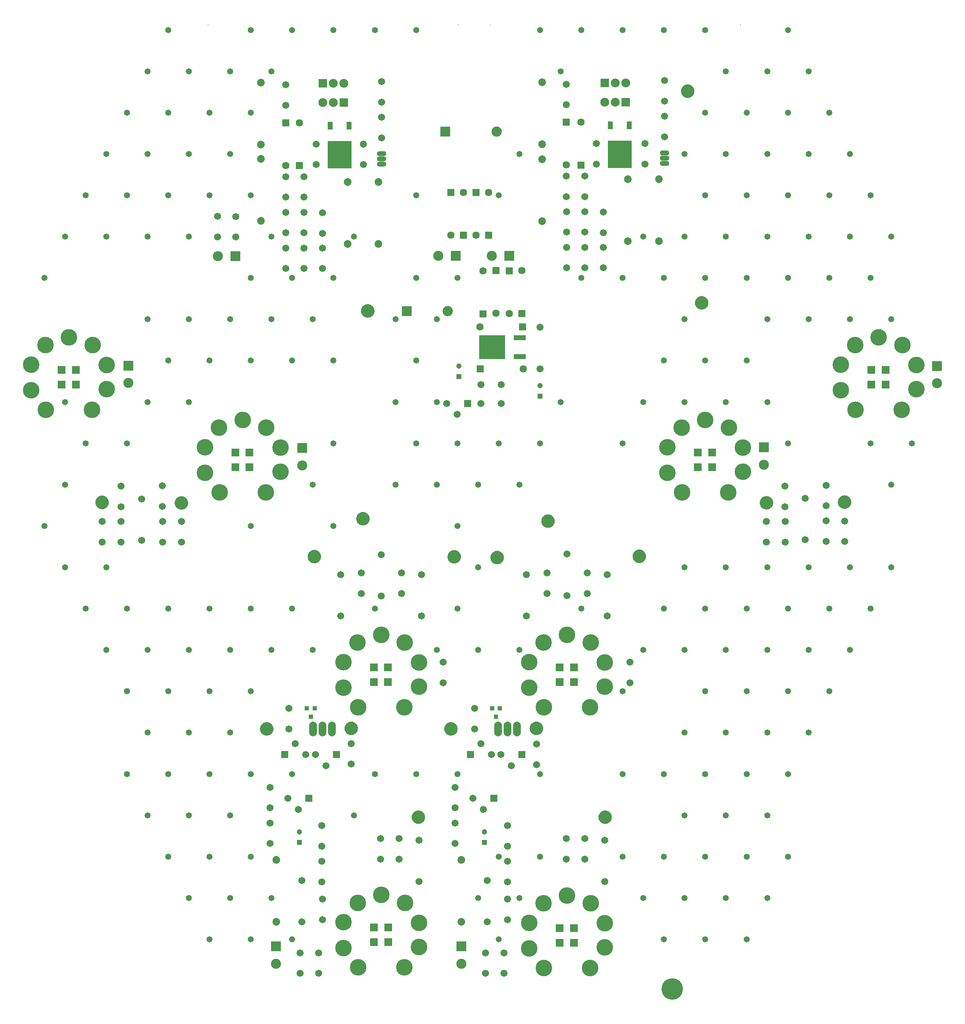
<source format=gts>
G04*
G04 #@! TF.GenerationSoftware,Altium Limited,Altium Designer,24.5.2 (23)*
G04*
G04 Layer_Color=8388736*
%FSLAX44Y44*%
%MOMM*%
G71*
G04*
G04 #@! TF.SameCoordinates,D553E347-6E3C-48DD-9562-C4322221CC57*
G04*
G04*
G04 #@! TF.FilePolarity,Negative*
G04*
G01*
G75*
%ADD20R,5.8332X6.6932*%
%ADD21R,1.1632X1.9332*%
%ADD22R,1.0032X1.1032*%
%ADD23R,2.9532X1.2032*%
%ADD24R,6.3532X5.7532*%
%ADD25C,5.2032*%
%ADD26C,2.4524*%
%ADD27R,2.4524X2.4524*%
%ADD28C,1.7032*%
%ADD29R,1.9632X1.9632*%
%ADD30C,4.0132*%
%ADD31R,1.7112X1.7112*%
%ADD32C,1.7112*%
%ADD33R,2.4892X2.4892*%
%ADD34C,2.4892*%
%ADD35R,1.3032X1.3032*%
%ADD36C,1.3032*%
%ADD37C,1.8542*%
%ADD38R,2.1382X2.1382*%
%ADD39C,2.1382*%
%ADD40R,1.7932X1.7932*%
%ADD41C,1.7932*%
%ADD42R,1.7932X1.7932*%
%ADD43O,2.2832X1.2432*%
%ADD44C,0.2032*%
%ADD45R,2.4524X2.4524*%
%ADD46O,1.8796X3.5560*%
%ADD47C,1.4732*%
G36*
X2858301Y2468170D02*
X2858351Y2468168D01*
X2859846Y2468021D01*
X2859896Y2468013D01*
X2859945Y2468006D01*
X2861419Y2467713D01*
X2861468Y2467700D01*
X2861516Y2467689D01*
X2862954Y2467253D01*
X2863000Y2467235D01*
X2863048Y2467219D01*
X2864436Y2466644D01*
X2864481Y2466622D01*
X2864526Y2466601D01*
X2865851Y2465893D01*
X2865894Y2465867D01*
X2865937Y2465842D01*
X2867187Y2465007D01*
X2867226Y2464977D01*
X2867267Y2464947D01*
X2868428Y2463994D01*
X2868465Y2463960D01*
X2868503Y2463927D01*
X2869565Y2462864D01*
X2869598Y2462827D01*
X2869632Y2462790D01*
X2870585Y2461629D01*
X2870614Y2461588D01*
X2870645Y2461549D01*
X2871479Y2460299D01*
X2871505Y2460256D01*
X2871531Y2460213D01*
X2872239Y2458888D01*
X2872260Y2458843D01*
X2872282Y2458798D01*
X2872857Y2457410D01*
X2872873Y2457362D01*
X2872891Y2457316D01*
X2873327Y2455878D01*
X2873338Y2455830D01*
X2873351Y2455781D01*
X2873644Y2454307D01*
X2873651Y2454258D01*
X2873659Y2454209D01*
X2873806Y2452713D01*
X2873808Y2452663D01*
X2873811Y2452613D01*
Y2451862D01*
Y2451111D01*
X2873808Y2451061D01*
X2873806Y2451011D01*
X2873659Y2449516D01*
X2873651Y2449466D01*
X2873644Y2449417D01*
X2873351Y2447943D01*
X2873338Y2447894D01*
X2873327Y2447846D01*
X2872891Y2446408D01*
X2872873Y2446362D01*
X2872857Y2446314D01*
X2872282Y2444926D01*
X2872260Y2444881D01*
X2872239Y2444836D01*
X2871531Y2443510D01*
X2871505Y2443468D01*
X2871479Y2443425D01*
X2870645Y2442175D01*
X2870615Y2442136D01*
X2870585Y2442095D01*
X2869632Y2440934D01*
X2869598Y2440897D01*
X2869565Y2440860D01*
X2868503Y2439797D01*
X2868465Y2439764D01*
X2868428Y2439730D01*
X2867267Y2438777D01*
X2867226Y2438748D01*
X2867187Y2438717D01*
X2865937Y2437883D01*
X2865894Y2437858D01*
X2865851Y2437831D01*
X2864526Y2437123D01*
X2864481Y2437102D01*
X2864436Y2437080D01*
X2863048Y2436505D01*
X2863000Y2436489D01*
X2862954Y2436471D01*
X2861516Y2436035D01*
X2861468Y2436024D01*
X2861419Y2436011D01*
X2859945Y2435718D01*
X2859896Y2435711D01*
X2859846Y2435703D01*
X2858351Y2435556D01*
X2858301Y2435554D01*
X2858251Y2435551D01*
X2857500Y2435551D01*
X2857500D01*
D01*
X2856749D01*
X2856699Y2435554D01*
X2856649Y2435556D01*
X2855154Y2435703D01*
X2855104Y2435711D01*
X2855055Y2435718D01*
X2853581Y2436011D01*
X2853532Y2436024D01*
X2853484Y2436035D01*
X2852046Y2436471D01*
X2852000Y2436489D01*
X2851952Y2436505D01*
X2850564Y2437080D01*
X2850519Y2437102D01*
X2850474Y2437123D01*
X2849149Y2437831D01*
X2849106Y2437858D01*
X2849063Y2437883D01*
X2847813Y2438717D01*
X2847774Y2438748D01*
X2847733Y2438777D01*
X2846572Y2439730D01*
X2846535Y2439764D01*
X2846497Y2439797D01*
X2845435Y2440860D01*
X2845402Y2440897D01*
X2845368Y2440934D01*
X2844415Y2442095D01*
X2844386Y2442136D01*
X2844355Y2442175D01*
X2843521Y2443425D01*
X2843495Y2443468D01*
X2843469Y2443510D01*
X2842761Y2444836D01*
X2842740Y2444881D01*
X2842718Y2444926D01*
X2842143Y2446314D01*
X2842127Y2446362D01*
X2842109Y2446408D01*
X2841673Y2447846D01*
X2841662Y2447894D01*
X2841649Y2447943D01*
X2841356Y2449417D01*
X2841349Y2449466D01*
X2841341Y2449516D01*
X2841194Y2451011D01*
X2841192Y2451061D01*
X2841189Y2451111D01*
Y2451862D01*
Y2452613D01*
X2841192Y2452663D01*
X2841194Y2452713D01*
X2841341Y2454209D01*
X2841349Y2454258D01*
X2841356Y2454307D01*
X2841649Y2455781D01*
X2841662Y2455830D01*
X2841673Y2455878D01*
X2842109Y2457316D01*
X2842127Y2457362D01*
X2842143Y2457410D01*
X2842718Y2458798D01*
X2842740Y2458843D01*
X2842761Y2458888D01*
X2843469Y2460213D01*
X2843495Y2460256D01*
X2843521Y2460299D01*
X2844355Y2461549D01*
X2844385Y2461588D01*
X2844415Y2461629D01*
X2845368Y2462790D01*
X2845402Y2462827D01*
X2845435Y2462864D01*
X2846497Y2463927D01*
X2846535Y2463960D01*
X2846572Y2463994D01*
X2847733Y2464947D01*
X2847774Y2464976D01*
X2847813Y2465007D01*
X2849063Y2465842D01*
X2849106Y2465867D01*
X2849149Y2465893D01*
X2850474Y2466601D01*
X2850519Y2466622D01*
X2850564Y2466644D01*
X2851952Y2467219D01*
X2852000Y2467235D01*
X2852046Y2467253D01*
X2853484Y2467689D01*
X2853532Y2467700D01*
X2853581Y2467713D01*
X2855055Y2468006D01*
X2855104Y2468013D01*
X2855154Y2468021D01*
X2856649Y2468168D01*
X2856699Y2468170D01*
X2856749Y2468173D01*
X2858251D01*
X2858301Y2468170D01*
D02*
G37*
G36*
X2892083Y1956106D02*
X2892133Y1956104D01*
X2893629Y1955957D01*
X2893678Y1955949D01*
X2893727Y1955942D01*
X2895201Y1955649D01*
X2895250Y1955636D01*
X2895298Y1955625D01*
X2896736Y1955189D01*
X2896783Y1955171D01*
X2896830Y1955155D01*
X2898218Y1954580D01*
X2898263Y1954558D01*
X2898308Y1954537D01*
X2899633Y1953829D01*
X2899676Y1953802D01*
X2899719Y1953777D01*
X2900969Y1952943D01*
X2901008Y1952912D01*
X2901049Y1952883D01*
X2902210Y1951930D01*
X2902247Y1951896D01*
X2902285Y1951863D01*
X2903347Y1950800D01*
X2903380Y1950763D01*
X2903414Y1950726D01*
X2904367Y1949565D01*
X2904396Y1949524D01*
X2904427Y1949485D01*
X2905262Y1948235D01*
X2905287Y1948192D01*
X2905313Y1948150D01*
X2906021Y1946824D01*
X2906042Y1946779D01*
X2906064Y1946734D01*
X2906639Y1945346D01*
X2906655Y1945298D01*
X2906673Y1945252D01*
X2907109Y1943814D01*
X2907120Y1943766D01*
X2907133Y1943717D01*
X2907426Y1942243D01*
X2907433Y1942194D01*
X2907441Y1942144D01*
X2907588Y1940649D01*
X2907590Y1940599D01*
X2907593Y1940549D01*
Y1939798D01*
Y1939047D01*
X2907590Y1938997D01*
X2907588Y1938947D01*
X2907441Y1937451D01*
X2907433Y1937402D01*
X2907426Y1937353D01*
X2907133Y1935879D01*
X2907120Y1935830D01*
X2907109Y1935782D01*
X2906673Y1934344D01*
X2906655Y1934298D01*
X2906639Y1934250D01*
X2906064Y1932862D01*
X2906042Y1932817D01*
X2906021Y1932772D01*
X2905313Y1931447D01*
X2905287Y1931404D01*
X2905262Y1931361D01*
X2904427Y1930111D01*
X2904396Y1930072D01*
X2904367Y1930031D01*
X2903414Y1928870D01*
X2903380Y1928833D01*
X2903347Y1928796D01*
X2902285Y1927733D01*
X2902247Y1927700D01*
X2902210Y1927666D01*
X2901049Y1926713D01*
X2901008Y1926684D01*
X2900969Y1926653D01*
X2899719Y1925818D01*
X2899676Y1925793D01*
X2899633Y1925767D01*
X2898308Y1925059D01*
X2898263Y1925038D01*
X2898218Y1925016D01*
X2896830Y1924441D01*
X2896783Y1924425D01*
X2896736Y1924407D01*
X2895298Y1923971D01*
X2895250Y1923960D01*
X2895201Y1923947D01*
X2893727Y1923654D01*
X2893678Y1923647D01*
X2893629Y1923639D01*
X2892133Y1923492D01*
X2892083Y1923490D01*
X2892033Y1923487D01*
X2891282Y1923487D01*
X2891282D01*
D01*
X2890531D01*
X2890481Y1923490D01*
X2890431Y1923492D01*
X2888936Y1923639D01*
X2888886Y1923647D01*
X2888837Y1923654D01*
X2887363Y1923947D01*
X2887314Y1923960D01*
X2887266Y1923971D01*
X2885828Y1924407D01*
X2885782Y1924425D01*
X2885734Y1924441D01*
X2884346Y1925016D01*
X2884301Y1925038D01*
X2884256Y1925059D01*
X2882931Y1925767D01*
X2882888Y1925793D01*
X2882845Y1925818D01*
X2881595Y1926653D01*
X2881556Y1926684D01*
X2881515Y1926713D01*
X2880354Y1927666D01*
X2880317Y1927700D01*
X2880280Y1927733D01*
X2879217Y1928796D01*
X2879184Y1928833D01*
X2879150Y1928870D01*
X2878197Y1930031D01*
X2878168Y1930072D01*
X2878137Y1930111D01*
X2877303Y1931361D01*
X2877278Y1931404D01*
X2877251Y1931447D01*
X2876543Y1932772D01*
X2876522Y1932817D01*
X2876500Y1932862D01*
X2875925Y1934250D01*
X2875909Y1934298D01*
X2875891Y1934344D01*
X2875455Y1935782D01*
X2875444Y1935830D01*
X2875431Y1935879D01*
X2875138Y1937353D01*
X2875131Y1937402D01*
X2875123Y1937451D01*
X2874976Y1938947D01*
X2874974Y1938997D01*
X2874971Y1939047D01*
Y1939798D01*
Y1940549D01*
X2874974Y1940599D01*
X2874976Y1940649D01*
X2875123Y1942144D01*
X2875131Y1942194D01*
X2875138Y1942243D01*
X2875431Y1943717D01*
X2875444Y1943766D01*
X2875455Y1943814D01*
X2875891Y1945252D01*
X2875909Y1945298D01*
X2875925Y1945346D01*
X2876500Y1946734D01*
X2876522Y1946779D01*
X2876543Y1946824D01*
X2877251Y1948150D01*
X2877278Y1948192D01*
X2877303Y1948235D01*
X2878137Y1949485D01*
X2878167Y1949524D01*
X2878197Y1949565D01*
X2879150Y1950726D01*
X2879184Y1950763D01*
X2879217Y1950800D01*
X2880280Y1951863D01*
X2880317Y1951896D01*
X2880354Y1951930D01*
X2881515Y1952883D01*
X2881556Y1952912D01*
X2881595Y1952943D01*
X2882845Y1953777D01*
X2882888Y1953802D01*
X2882931Y1953829D01*
X2884256Y1954537D01*
X2884301Y1954558D01*
X2884346Y1954580D01*
X2885734Y1955155D01*
X2885782Y1955171D01*
X2885828Y1955189D01*
X2887266Y1955625D01*
X2887314Y1955636D01*
X2887363Y1955649D01*
X2888837Y1955942D01*
X2888886Y1955949D01*
X2888936Y1955957D01*
X2890431Y1956104D01*
X2890481Y1956106D01*
X2890531Y1956109D01*
X2892033D01*
X2892083Y1956106D01*
D02*
G37*
G36*
X2083855Y1936548D02*
X2083905Y1936546D01*
X2085401Y1936399D01*
X2085450Y1936391D01*
X2085499Y1936384D01*
X2086973Y1936091D01*
X2087022Y1936078D01*
X2087070Y1936067D01*
X2088508Y1935631D01*
X2088554Y1935613D01*
X2088602Y1935597D01*
X2089990Y1935022D01*
X2090035Y1935000D01*
X2090080Y1934979D01*
X2091405Y1934271D01*
X2091448Y1934245D01*
X2091491Y1934220D01*
X2092741Y1933385D01*
X2092780Y1933354D01*
X2092821Y1933325D01*
X2093982Y1932372D01*
X2094019Y1932338D01*
X2094056Y1932305D01*
X2095119Y1931242D01*
X2095152Y1931205D01*
X2095186Y1931168D01*
X2096139Y1930007D01*
X2096168Y1929966D01*
X2096199Y1929927D01*
X2097034Y1928677D01*
X2097059Y1928634D01*
X2097085Y1928591D01*
X2097793Y1927266D01*
X2097814Y1927221D01*
X2097836Y1927176D01*
X2098411Y1925788D01*
X2098427Y1925740D01*
X2098445Y1925694D01*
X2098881Y1924256D01*
X2098892Y1924208D01*
X2098905Y1924159D01*
X2099198Y1922685D01*
X2099205Y1922636D01*
X2099213Y1922587D01*
X2099360Y1921091D01*
X2099362Y1921041D01*
X2099365Y1920991D01*
Y1920240D01*
Y1919489D01*
X2099362Y1919439D01*
X2099360Y1919389D01*
X2099213Y1917894D01*
X2099205Y1917844D01*
X2099198Y1917795D01*
X2098905Y1916321D01*
X2098892Y1916272D01*
X2098881Y1916224D01*
X2098445Y1914786D01*
X2098427Y1914740D01*
X2098411Y1914692D01*
X2097836Y1913304D01*
X2097814Y1913259D01*
X2097793Y1913214D01*
X2097085Y1911888D01*
X2097059Y1911846D01*
X2097034Y1911803D01*
X2096199Y1910553D01*
X2096169Y1910514D01*
X2096139Y1910473D01*
X2095186Y1909312D01*
X2095152Y1909275D01*
X2095119Y1909238D01*
X2094056Y1908175D01*
X2094019Y1908142D01*
X2093982Y1908108D01*
X2092821Y1907155D01*
X2092780Y1907126D01*
X2092741Y1907095D01*
X2091491Y1906261D01*
X2091448Y1906236D01*
X2091405Y1906209D01*
X2090080Y1905501D01*
X2090035Y1905480D01*
X2089990Y1905458D01*
X2088602Y1904883D01*
X2088554Y1904867D01*
X2088508Y1904849D01*
X2087070Y1904413D01*
X2087022Y1904402D01*
X2086973Y1904389D01*
X2085499Y1904096D01*
X2085450Y1904089D01*
X2085400Y1904081D01*
X2083905Y1903934D01*
X2083855Y1903932D01*
X2083805Y1903929D01*
X2083054Y1903929D01*
X2083054D01*
D01*
X2082303D01*
X2082253Y1903932D01*
X2082203Y1903934D01*
X2080708Y1904081D01*
X2080658Y1904089D01*
X2080609Y1904096D01*
X2079135Y1904389D01*
X2079086Y1904402D01*
X2079038Y1904413D01*
X2077600Y1904849D01*
X2077554Y1904867D01*
X2077506Y1904883D01*
X2076118Y1905458D01*
X2076073Y1905480D01*
X2076028Y1905501D01*
X2074702Y1906209D01*
X2074660Y1906236D01*
X2074617Y1906261D01*
X2073367Y1907095D01*
X2073328Y1907126D01*
X2073287Y1907155D01*
X2072126Y1908108D01*
X2072089Y1908142D01*
X2072052Y1908175D01*
X2070989Y1909238D01*
X2070956Y1909275D01*
X2070922Y1909312D01*
X2069969Y1910473D01*
X2069940Y1910514D01*
X2069909Y1910553D01*
X2069075Y1911803D01*
X2069050Y1911846D01*
X2069023Y1911888D01*
X2068315Y1913214D01*
X2068294Y1913259D01*
X2068272Y1913304D01*
X2067697Y1914692D01*
X2067681Y1914740D01*
X2067663Y1914786D01*
X2067227Y1916224D01*
X2067216Y1916272D01*
X2067203Y1916321D01*
X2066910Y1917795D01*
X2066903Y1917844D01*
X2066895Y1917894D01*
X2066748Y1919389D01*
X2066746Y1919439D01*
X2066743Y1919489D01*
Y1920240D01*
Y1920991D01*
X2066746Y1921041D01*
X2066748Y1921091D01*
X2066895Y1922587D01*
X2066903Y1922636D01*
X2066910Y1922685D01*
X2067203Y1924159D01*
X2067216Y1924208D01*
X2067227Y1924256D01*
X2067663Y1925694D01*
X2067681Y1925740D01*
X2067697Y1925788D01*
X2068272Y1927176D01*
X2068294Y1927221D01*
X2068315Y1927266D01*
X2069023Y1928591D01*
X2069050Y1928634D01*
X2069075Y1928677D01*
X2069909Y1929927D01*
X2069940Y1929966D01*
X2069969Y1930007D01*
X2070922Y1931168D01*
X2070956Y1931205D01*
X2070989Y1931242D01*
X2072052Y1932305D01*
X2072089Y1932338D01*
X2072126Y1932372D01*
X2073287Y1933325D01*
X2073328Y1933354D01*
X2073367Y1933385D01*
X2074617Y1934220D01*
X2074660Y1934245D01*
X2074702Y1934271D01*
X2076028Y1934979D01*
X2076073Y1935000D01*
X2076118Y1935022D01*
X2077506Y1935597D01*
X2077554Y1935613D01*
X2077600Y1935631D01*
X2079038Y1936067D01*
X2079086Y1936078D01*
X2079135Y1936091D01*
X2080609Y1936384D01*
X2080658Y1936391D01*
X2080708Y1936399D01*
X2082203Y1936546D01*
X2082253Y1936548D01*
X2082303Y1936551D01*
X2083805D01*
X2083855Y1936548D01*
D02*
G37*
G36*
X3237954Y1474080D02*
X3238004Y1474078D01*
X3239500Y1473931D01*
X3239549Y1473923D01*
X3239598Y1473916D01*
X3241072Y1473623D01*
X3241121Y1473610D01*
X3241169Y1473599D01*
X3242607Y1473163D01*
X3242654Y1473145D01*
X3242701Y1473129D01*
X3244089Y1472554D01*
X3244134Y1472532D01*
X3244179Y1472511D01*
X3245504Y1471803D01*
X3245547Y1471776D01*
X3245590Y1471752D01*
X3246840Y1470917D01*
X3246879Y1470887D01*
X3246920Y1470857D01*
X3248081Y1469904D01*
X3248118Y1469870D01*
X3248156Y1469837D01*
X3249218Y1468774D01*
X3249251Y1468737D01*
X3249285Y1468700D01*
X3250238Y1467539D01*
X3250267Y1467498D01*
X3250298Y1467459D01*
X3251133Y1466209D01*
X3251158Y1466166D01*
X3251184Y1466124D01*
X3251892Y1464798D01*
X3251913Y1464753D01*
X3251935Y1464708D01*
X3252510Y1463320D01*
X3252526Y1463272D01*
X3252544Y1463226D01*
X3252980Y1461788D01*
X3252991Y1461740D01*
X3253004Y1461691D01*
X3253297Y1460217D01*
X3253304Y1460168D01*
X3253312Y1460118D01*
X3253459Y1458623D01*
X3253461Y1458573D01*
X3253464Y1458523D01*
Y1457772D01*
Y1457021D01*
X3253461Y1456971D01*
X3253459Y1456921D01*
X3253312Y1455426D01*
X3253304Y1455376D01*
X3253297Y1455327D01*
X3253004Y1453853D01*
X3252991Y1453804D01*
X3252980Y1453756D01*
X3252544Y1452318D01*
X3252526Y1452272D01*
X3252510Y1452224D01*
X3251935Y1450836D01*
X3251913Y1450791D01*
X3251892Y1450746D01*
X3251184Y1449420D01*
X3251158Y1449378D01*
X3251133Y1449335D01*
X3250298Y1448085D01*
X3250268Y1448046D01*
X3250238Y1448005D01*
X3249285Y1446844D01*
X3249251Y1446807D01*
X3249218Y1446770D01*
X3248156Y1445707D01*
X3248118Y1445674D01*
X3248081Y1445640D01*
X3246920Y1444687D01*
X3246879Y1444658D01*
X3246840Y1444627D01*
X3245590Y1443793D01*
X3245547Y1443768D01*
X3245504Y1443741D01*
X3244179Y1443033D01*
X3244134Y1443012D01*
X3244089Y1442990D01*
X3242701Y1442415D01*
X3242654Y1442399D01*
X3242607Y1442381D01*
X3241169Y1441945D01*
X3241121Y1441934D01*
X3241072Y1441921D01*
X3239598Y1441628D01*
X3239549Y1441621D01*
X3239500Y1441613D01*
X3238004Y1441466D01*
X3237954Y1441464D01*
X3237904Y1441461D01*
X3237153Y1441461D01*
X3237153D01*
D01*
X3236402D01*
X3236352Y1441464D01*
X3236302Y1441466D01*
X3234807Y1441613D01*
X3234757Y1441621D01*
X3234708Y1441628D01*
X3233234Y1441921D01*
X3233185Y1441934D01*
X3233137Y1441945D01*
X3231699Y1442381D01*
X3231653Y1442399D01*
X3231605Y1442415D01*
X3230217Y1442990D01*
X3230172Y1443012D01*
X3230127Y1443033D01*
X3228802Y1443741D01*
X3228759Y1443768D01*
X3228716Y1443793D01*
X3227466Y1444627D01*
X3227427Y1444657D01*
X3227386Y1444687D01*
X3226225Y1445640D01*
X3226188Y1445674D01*
X3226151Y1445707D01*
X3225088Y1446770D01*
X3225055Y1446807D01*
X3225021Y1446844D01*
X3224068Y1448005D01*
X3224039Y1448046D01*
X3224008Y1448085D01*
X3223174Y1449335D01*
X3223148Y1449378D01*
X3223122Y1449420D01*
X3222414Y1450746D01*
X3222393Y1450791D01*
X3222371Y1450836D01*
X3221796Y1452224D01*
X3221780Y1452272D01*
X3221762Y1452318D01*
X3221326Y1453756D01*
X3221315Y1453804D01*
X3221302Y1453853D01*
X3221009Y1455327D01*
X3221002Y1455376D01*
X3220994Y1455426D01*
X3220847Y1456921D01*
X3220845Y1456971D01*
X3220842Y1457021D01*
Y1457772D01*
Y1458523D01*
X3220845Y1458573D01*
X3220847Y1458623D01*
X3220994Y1460118D01*
X3221002Y1460168D01*
X3221009Y1460217D01*
X3221302Y1461691D01*
X3221315Y1461740D01*
X3221326Y1461788D01*
X3221762Y1463226D01*
X3221780Y1463272D01*
X3221796Y1463320D01*
X3222371Y1464708D01*
X3222393Y1464753D01*
X3222414Y1464798D01*
X3223122Y1466124D01*
X3223148Y1466166D01*
X3223174Y1466209D01*
X3224008Y1467459D01*
X3224038Y1467498D01*
X3224068Y1467539D01*
X3225021Y1468700D01*
X3225055Y1468737D01*
X3225088Y1468774D01*
X3226151Y1469837D01*
X3226188Y1469870D01*
X3226225Y1469904D01*
X3227386Y1470857D01*
X3227427Y1470886D01*
X3227466Y1470917D01*
X3228716Y1471752D01*
X3228759Y1471776D01*
X3228802Y1471803D01*
X3230127Y1472511D01*
X3230172Y1472532D01*
X3230217Y1472554D01*
X3231605Y1473129D01*
X3231653Y1473145D01*
X3231699Y1473163D01*
X3233137Y1473599D01*
X3233185Y1473610D01*
X3233234Y1473623D01*
X3234708Y1473916D01*
X3234757Y1473923D01*
X3234807Y1473931D01*
X3236302Y1474078D01*
X3236352Y1474080D01*
X3236402Y1474083D01*
X3237904D01*
X3237954Y1474080D01*
D02*
G37*
G36*
X1440727Y1473318D02*
X1440777Y1473316D01*
X1442272Y1473169D01*
X1442322Y1473161D01*
X1442371Y1473154D01*
X1443845Y1472861D01*
X1443894Y1472848D01*
X1443942Y1472837D01*
X1445380Y1472401D01*
X1445426Y1472383D01*
X1445474Y1472367D01*
X1446862Y1471792D01*
X1446907Y1471770D01*
X1446952Y1471749D01*
X1448277Y1471041D01*
X1448320Y1471015D01*
X1448363Y1470990D01*
X1449613Y1470155D01*
X1449652Y1470125D01*
X1449693Y1470095D01*
X1450854Y1469142D01*
X1450891Y1469108D01*
X1450928Y1469075D01*
X1451991Y1468012D01*
X1452024Y1467975D01*
X1452058Y1467938D01*
X1453011Y1466777D01*
X1453040Y1466736D01*
X1453071Y1466697D01*
X1453905Y1465447D01*
X1453931Y1465404D01*
X1453957Y1465361D01*
X1454665Y1464036D01*
X1454686Y1463991D01*
X1454708Y1463946D01*
X1455283Y1462558D01*
X1455299Y1462510D01*
X1455317Y1462464D01*
X1455753Y1461026D01*
X1455764Y1460978D01*
X1455777Y1460929D01*
X1456070Y1459455D01*
X1456077Y1459406D01*
X1456085Y1459356D01*
X1456232Y1457861D01*
X1456234Y1457811D01*
X1456237Y1457761D01*
Y1457010D01*
Y1456259D01*
X1456234Y1456209D01*
X1456232Y1456159D01*
X1456085Y1454664D01*
X1456077Y1454614D01*
X1456070Y1454565D01*
X1455777Y1453091D01*
X1455764Y1453042D01*
X1455753Y1452994D01*
X1455317Y1451556D01*
X1455299Y1451510D01*
X1455283Y1451462D01*
X1454708Y1450074D01*
X1454686Y1450029D01*
X1454665Y1449984D01*
X1453957Y1448658D01*
X1453931Y1448616D01*
X1453905Y1448573D01*
X1453071Y1447323D01*
X1453040Y1447284D01*
X1453011Y1447243D01*
X1452058Y1446082D01*
X1452024Y1446045D01*
X1451991Y1446008D01*
X1450928Y1444945D01*
X1450891Y1444912D01*
X1450854Y1444878D01*
X1449693Y1443925D01*
X1449652Y1443896D01*
X1449613Y1443865D01*
X1448363Y1443031D01*
X1448320Y1443006D01*
X1448277Y1442979D01*
X1446952Y1442271D01*
X1446907Y1442250D01*
X1446862Y1442228D01*
X1445474Y1441653D01*
X1445426Y1441637D01*
X1445380Y1441619D01*
X1443942Y1441183D01*
X1443894Y1441172D01*
X1443845Y1441159D01*
X1442371Y1440866D01*
X1442322Y1440859D01*
X1442272Y1440851D01*
X1440777Y1440704D01*
X1440727Y1440702D01*
X1440677Y1440699D01*
X1439926Y1440699D01*
D01*
X1439926D01*
X1439175D01*
X1439125Y1440702D01*
X1439075Y1440704D01*
X1437579Y1440851D01*
X1437530Y1440859D01*
X1437481Y1440866D01*
X1436007Y1441159D01*
X1435958Y1441172D01*
X1435910Y1441183D01*
X1434472Y1441619D01*
X1434426Y1441637D01*
X1434378Y1441653D01*
X1432990Y1442228D01*
X1432945Y1442250D01*
X1432900Y1442271D01*
X1431575Y1442979D01*
X1431532Y1443006D01*
X1431489Y1443031D01*
X1430239Y1443865D01*
X1430200Y1443896D01*
X1430159Y1443925D01*
X1428998Y1444878D01*
X1428961Y1444912D01*
X1428924Y1444945D01*
X1427861Y1446008D01*
X1427828Y1446045D01*
X1427794Y1446082D01*
X1426841Y1447243D01*
X1426812Y1447284D01*
X1426781Y1447323D01*
X1425947Y1448573D01*
X1425921Y1448616D01*
X1425895Y1448658D01*
X1425187Y1449984D01*
X1425166Y1450029D01*
X1425144Y1450074D01*
X1424569Y1451462D01*
X1424553Y1451510D01*
X1424535Y1451556D01*
X1424099Y1452994D01*
X1424088Y1453042D01*
X1424075Y1453091D01*
X1423782Y1454565D01*
X1423775Y1454614D01*
X1423767Y1454664D01*
X1423620Y1456159D01*
X1423618Y1456209D01*
X1423615Y1456259D01*
Y1457010D01*
Y1457761D01*
X1423618Y1457811D01*
X1423620Y1457861D01*
X1423767Y1459356D01*
X1423775Y1459406D01*
X1423782Y1459455D01*
X1424075Y1460929D01*
X1424088Y1460978D01*
X1424099Y1461026D01*
X1424535Y1462464D01*
X1424553Y1462510D01*
X1424569Y1462558D01*
X1425144Y1463946D01*
X1425166Y1463991D01*
X1425187Y1464036D01*
X1425895Y1465361D01*
X1425921Y1465404D01*
X1425947Y1465447D01*
X1426781Y1466697D01*
X1426812Y1466736D01*
X1426841Y1466777D01*
X1427794Y1467938D01*
X1427828Y1467975D01*
X1427861Y1468012D01*
X1428924Y1469075D01*
X1428961Y1469108D01*
X1428998Y1469142D01*
X1430159Y1470095D01*
X1430200Y1470124D01*
X1430239Y1470155D01*
X1431489Y1470990D01*
X1431532Y1471015D01*
X1431575Y1471041D01*
X1432900Y1471749D01*
X1432945Y1471770D01*
X1432990Y1471792D01*
X1434378Y1472367D01*
X1434426Y1472383D01*
X1434472Y1472401D01*
X1435910Y1472837D01*
X1435958Y1472848D01*
X1436007Y1472861D01*
X1437481Y1473154D01*
X1437530Y1473161D01*
X1437579Y1473169D01*
X1439075Y1473316D01*
X1439125Y1473318D01*
X1439175Y1473321D01*
X1440677D01*
X1440727Y1473318D01*
D02*
G37*
G36*
X3048978Y1472302D02*
X3049028Y1472300D01*
X3050523Y1472153D01*
X3050573Y1472145D01*
X3050622Y1472138D01*
X3052096Y1471845D01*
X3052144Y1471832D01*
X3052193Y1471821D01*
X3053631Y1471385D01*
X3053677Y1471367D01*
X3053725Y1471351D01*
X3055113Y1470776D01*
X3055158Y1470754D01*
X3055203Y1470733D01*
X3056529Y1470025D01*
X3056571Y1469998D01*
X3056614Y1469973D01*
X3057863Y1469139D01*
X3057903Y1469108D01*
X3057944Y1469079D01*
X3059105Y1468126D01*
X3059142Y1468092D01*
X3059179Y1468059D01*
X3060242Y1466996D01*
X3060275Y1466959D01*
X3060309Y1466922D01*
X3061262Y1465761D01*
X3061291Y1465720D01*
X3061322Y1465681D01*
X3062156Y1464431D01*
X3062181Y1464388D01*
X3062208Y1464346D01*
X3062916Y1463020D01*
X3062937Y1462975D01*
X3062959Y1462930D01*
X3063534Y1461542D01*
X3063550Y1461494D01*
X3063568Y1461448D01*
X3064004Y1460010D01*
X3064015Y1459962D01*
X3064028Y1459913D01*
X3064321Y1458439D01*
X3064328Y1458390D01*
X3064336Y1458340D01*
X3064483Y1456845D01*
X3064485Y1456795D01*
X3064488Y1456745D01*
Y1455994D01*
Y1455243D01*
X3064485Y1455193D01*
X3064483Y1455143D01*
X3064336Y1453647D01*
X3064328Y1453598D01*
X3064321Y1453549D01*
X3064028Y1452075D01*
X3064015Y1452026D01*
X3064004Y1451978D01*
X3063568Y1450540D01*
X3063550Y1450494D01*
X3063534Y1450446D01*
X3062959Y1449058D01*
X3062937Y1449013D01*
X3062916Y1448968D01*
X3062208Y1447643D01*
X3062181Y1447600D01*
X3062156Y1447557D01*
X3061322Y1446307D01*
X3061292Y1446268D01*
X3061262Y1446227D01*
X3060309Y1445066D01*
X3060275Y1445029D01*
X3060242Y1444992D01*
X3059179Y1443929D01*
X3059142Y1443896D01*
X3059105Y1443862D01*
X3057944Y1442909D01*
X3057903Y1442880D01*
X3057863Y1442849D01*
X3056614Y1442014D01*
X3056571Y1441989D01*
X3056529Y1441963D01*
X3055203Y1441255D01*
X3055158Y1441234D01*
X3055113Y1441212D01*
X3053725Y1440637D01*
X3053677Y1440621D01*
X3053631Y1440603D01*
X3052193Y1440167D01*
X3052144Y1440156D01*
X3052096Y1440143D01*
X3050622Y1439850D01*
X3050573Y1439843D01*
X3050523Y1439835D01*
X3049028Y1439688D01*
X3048978Y1439686D01*
X3048928Y1439683D01*
X3048177Y1439683D01*
X3048177D01*
D01*
X3047426D01*
X3047376Y1439686D01*
X3047326Y1439688D01*
X3045830Y1439835D01*
X3045781Y1439843D01*
X3045732Y1439850D01*
X3044258Y1440143D01*
X3044209Y1440156D01*
X3044161Y1440167D01*
X3042723Y1440603D01*
X3042677Y1440621D01*
X3042629Y1440637D01*
X3041241Y1441212D01*
X3041196Y1441234D01*
X3041151Y1441255D01*
X3039825Y1441963D01*
X3039783Y1441989D01*
X3039740Y1442014D01*
X3038490Y1442849D01*
X3038451Y1442879D01*
X3038410Y1442909D01*
X3037249Y1443862D01*
X3037212Y1443896D01*
X3037175Y1443929D01*
X3036112Y1444992D01*
X3036079Y1445029D01*
X3036045Y1445066D01*
X3035092Y1446227D01*
X3035063Y1446268D01*
X3035032Y1446307D01*
X3034197Y1447557D01*
X3034172Y1447600D01*
X3034146Y1447643D01*
X3033438Y1448968D01*
X3033417Y1449013D01*
X3033395Y1449058D01*
X3032820Y1450446D01*
X3032804Y1450494D01*
X3032786Y1450540D01*
X3032350Y1451978D01*
X3032339Y1452026D01*
X3032326Y1452075D01*
X3032033Y1453549D01*
X3032026Y1453598D01*
X3032018Y1453647D01*
X3031871Y1455143D01*
X3031869Y1455193D01*
X3031866Y1455243D01*
Y1455994D01*
Y1456745D01*
X3031869Y1456795D01*
X3031871Y1456845D01*
X3032018Y1458340D01*
X3032026Y1458390D01*
X3032033Y1458439D01*
X3032326Y1459913D01*
X3032339Y1459962D01*
X3032350Y1460010D01*
X3032786Y1461448D01*
X3032804Y1461494D01*
X3032820Y1461542D01*
X3033395Y1462930D01*
X3033417Y1462975D01*
X3033438Y1463020D01*
X3034146Y1464346D01*
X3034172Y1464388D01*
X3034197Y1464431D01*
X3035032Y1465681D01*
X3035063Y1465720D01*
X3035092Y1465761D01*
X3036045Y1466922D01*
X3036079Y1466959D01*
X3036112Y1466996D01*
X3037175Y1468059D01*
X3037212Y1468092D01*
X3037249Y1468126D01*
X3038410Y1469079D01*
X3038451Y1469108D01*
X3038490Y1469139D01*
X3039740Y1469973D01*
X3039783Y1469998D01*
X3039825Y1470025D01*
X3041151Y1470733D01*
X3041196Y1470754D01*
X3041241Y1470776D01*
X3042629Y1471351D01*
X3042677Y1471367D01*
X3042723Y1471385D01*
X3044161Y1471821D01*
X3044209Y1471832D01*
X3044258Y1471845D01*
X3045732Y1472138D01*
X3045781Y1472145D01*
X3045830Y1472153D01*
X3047326Y1472300D01*
X3047376Y1472302D01*
X3047426Y1472305D01*
X3048928D01*
X3048978Y1472302D01*
D02*
G37*
G36*
X1632751Y1472048D02*
X1632801Y1472046D01*
X1634297Y1471899D01*
X1634346Y1471891D01*
X1634395Y1471884D01*
X1635869Y1471591D01*
X1635918Y1471578D01*
X1635966Y1471567D01*
X1637404Y1471131D01*
X1637450Y1471113D01*
X1637498Y1471097D01*
X1638886Y1470522D01*
X1638931Y1470500D01*
X1638976Y1470479D01*
X1640302Y1469771D01*
X1640344Y1469745D01*
X1640387Y1469720D01*
X1641637Y1468885D01*
X1641676Y1468855D01*
X1641717Y1468825D01*
X1642878Y1467872D01*
X1642915Y1467838D01*
X1642952Y1467805D01*
X1644015Y1466742D01*
X1644048Y1466705D01*
X1644082Y1466668D01*
X1645035Y1465507D01*
X1645064Y1465466D01*
X1645095Y1465427D01*
X1645930Y1464177D01*
X1645954Y1464134D01*
X1645981Y1464091D01*
X1646689Y1462766D01*
X1646710Y1462721D01*
X1646732Y1462676D01*
X1647307Y1461288D01*
X1647323Y1461240D01*
X1647341Y1461194D01*
X1647777Y1459756D01*
X1647788Y1459708D01*
X1647801Y1459659D01*
X1648094Y1458185D01*
X1648101Y1458136D01*
X1648109Y1458086D01*
X1648256Y1456591D01*
X1648258Y1456541D01*
X1648261Y1456491D01*
Y1455740D01*
Y1454989D01*
X1648258Y1454939D01*
X1648256Y1454889D01*
X1648109Y1453394D01*
X1648101Y1453344D01*
X1648094Y1453295D01*
X1647801Y1451821D01*
X1647788Y1451772D01*
X1647777Y1451724D01*
X1647341Y1450286D01*
X1647323Y1450240D01*
X1647307Y1450192D01*
X1646732Y1448804D01*
X1646710Y1448759D01*
X1646689Y1448714D01*
X1645981Y1447388D01*
X1645954Y1447346D01*
X1645930Y1447303D01*
X1645095Y1446053D01*
X1645065Y1446014D01*
X1645035Y1445973D01*
X1644082Y1444812D01*
X1644048Y1444775D01*
X1644015Y1444738D01*
X1642952Y1443675D01*
X1642915Y1443642D01*
X1642878Y1443608D01*
X1641717Y1442655D01*
X1641676Y1442626D01*
X1641637Y1442595D01*
X1640387Y1441761D01*
X1640344Y1441736D01*
X1640302Y1441709D01*
X1638976Y1441001D01*
X1638931Y1440980D01*
X1638886Y1440958D01*
X1637498Y1440383D01*
X1637450Y1440367D01*
X1637404Y1440349D01*
X1635966Y1439913D01*
X1635918Y1439902D01*
X1635869Y1439889D01*
X1634395Y1439596D01*
X1634346Y1439589D01*
X1634296Y1439581D01*
X1632801Y1439434D01*
X1632751Y1439432D01*
X1632701Y1439429D01*
X1631950Y1439429D01*
X1631950D01*
D01*
X1631199D01*
X1631149Y1439432D01*
X1631099Y1439434D01*
X1629603Y1439581D01*
X1629554Y1439589D01*
X1629505Y1439596D01*
X1628031Y1439889D01*
X1627982Y1439902D01*
X1627934Y1439913D01*
X1626496Y1440349D01*
X1626450Y1440367D01*
X1626402Y1440383D01*
X1625014Y1440958D01*
X1624969Y1440980D01*
X1624924Y1441001D01*
X1623598Y1441709D01*
X1623556Y1441736D01*
X1623513Y1441761D01*
X1622263Y1442595D01*
X1622224Y1442625D01*
X1622183Y1442655D01*
X1621022Y1443608D01*
X1620985Y1443642D01*
X1620948Y1443675D01*
X1619885Y1444738D01*
X1619852Y1444775D01*
X1619818Y1444812D01*
X1618865Y1445973D01*
X1618836Y1446014D01*
X1618805Y1446053D01*
X1617970Y1447303D01*
X1617946Y1447346D01*
X1617919Y1447388D01*
X1617211Y1448714D01*
X1617190Y1448759D01*
X1617168Y1448804D01*
X1616593Y1450192D01*
X1616577Y1450240D01*
X1616559Y1450286D01*
X1616123Y1451724D01*
X1616112Y1451772D01*
X1616099Y1451821D01*
X1615806Y1453295D01*
X1615799Y1453344D01*
X1615791Y1453394D01*
X1615644Y1454889D01*
X1615642Y1454939D01*
X1615639Y1454989D01*
Y1455740D01*
Y1456491D01*
X1615642Y1456541D01*
X1615644Y1456591D01*
X1615791Y1458086D01*
X1615799Y1458136D01*
X1615806Y1458185D01*
X1616099Y1459659D01*
X1616112Y1459708D01*
X1616123Y1459756D01*
X1616559Y1461194D01*
X1616577Y1461240D01*
X1616593Y1461288D01*
X1617168Y1462676D01*
X1617190Y1462721D01*
X1617211Y1462766D01*
X1617919Y1464091D01*
X1617946Y1464134D01*
X1617970Y1464177D01*
X1618805Y1465427D01*
X1618835Y1465466D01*
X1618865Y1465507D01*
X1619818Y1466668D01*
X1619852Y1466705D01*
X1619885Y1466742D01*
X1620948Y1467805D01*
X1620985Y1467838D01*
X1621022Y1467872D01*
X1622183Y1468825D01*
X1622224Y1468854D01*
X1622263Y1468885D01*
X1623513Y1469720D01*
X1623556Y1469745D01*
X1623598Y1469771D01*
X1624924Y1470479D01*
X1624969Y1470500D01*
X1625014Y1470522D01*
X1626402Y1471097D01*
X1626450Y1471113D01*
X1626496Y1471131D01*
X1627934Y1471567D01*
X1627982Y1471578D01*
X1628031Y1471591D01*
X1629505Y1471884D01*
X1629554Y1471891D01*
X1629603Y1471899D01*
X1631099Y1472046D01*
X1631149Y1472048D01*
X1631199Y1472051D01*
X1632701D01*
X1632751Y1472048D01*
D02*
G37*
G36*
X2072171Y1433882D02*
X2072221Y1433880D01*
X2073716Y1433733D01*
X2073766Y1433725D01*
X2073815Y1433718D01*
X2075289Y1433425D01*
X2075338Y1433412D01*
X2075386Y1433401D01*
X2076824Y1432965D01*
X2076870Y1432947D01*
X2076918Y1432931D01*
X2078306Y1432356D01*
X2078351Y1432334D01*
X2078396Y1432313D01*
X2079722Y1431605D01*
X2079764Y1431579D01*
X2079807Y1431553D01*
X2081057Y1430719D01*
X2081096Y1430688D01*
X2081137Y1430659D01*
X2082298Y1429706D01*
X2082335Y1429672D01*
X2082372Y1429639D01*
X2083435Y1428576D01*
X2083468Y1428539D01*
X2083502Y1428502D01*
X2084455Y1427341D01*
X2084484Y1427300D01*
X2084515Y1427261D01*
X2085349Y1426011D01*
X2085374Y1425968D01*
X2085401Y1425925D01*
X2086109Y1424600D01*
X2086130Y1424555D01*
X2086152Y1424510D01*
X2086727Y1423122D01*
X2086743Y1423074D01*
X2086761Y1423028D01*
X2087197Y1421590D01*
X2087208Y1421542D01*
X2087221Y1421493D01*
X2087514Y1420019D01*
X2087521Y1419970D01*
X2087529Y1419921D01*
X2087676Y1418425D01*
X2087678Y1418375D01*
X2087681Y1418325D01*
Y1417574D01*
Y1416823D01*
X2087678Y1416773D01*
X2087676Y1416723D01*
X2087529Y1415228D01*
X2087521Y1415178D01*
X2087514Y1415129D01*
X2087221Y1413655D01*
X2087208Y1413606D01*
X2087197Y1413558D01*
X2086761Y1412120D01*
X2086743Y1412074D01*
X2086727Y1412026D01*
X2086152Y1410638D01*
X2086130Y1410593D01*
X2086109Y1410548D01*
X2085401Y1409223D01*
X2085374Y1409180D01*
X2085349Y1409137D01*
X2084515Y1407887D01*
X2084485Y1407848D01*
X2084455Y1407807D01*
X2083502Y1406646D01*
X2083468Y1406609D01*
X2083435Y1406572D01*
X2082372Y1405509D01*
X2082335Y1405476D01*
X2082298Y1405442D01*
X2081137Y1404489D01*
X2081096Y1404460D01*
X2081057Y1404429D01*
X2079807Y1403595D01*
X2079764Y1403569D01*
X2079722Y1403543D01*
X2078396Y1402835D01*
X2078351Y1402814D01*
X2078306Y1402792D01*
X2076918Y1402217D01*
X2076870Y1402201D01*
X2076824Y1402183D01*
X2075386Y1401747D01*
X2075338Y1401736D01*
X2075289Y1401723D01*
X2073815Y1401430D01*
X2073766Y1401423D01*
X2073716Y1401415D01*
X2072221Y1401268D01*
X2072171Y1401266D01*
X2072121Y1401263D01*
X2071370Y1401263D01*
X2071370D01*
D01*
X2070619D01*
X2070569Y1401266D01*
X2070519Y1401268D01*
X2069023Y1401415D01*
X2068974Y1401423D01*
X2068925Y1401430D01*
X2067451Y1401723D01*
X2067402Y1401736D01*
X2067354Y1401747D01*
X2065916Y1402183D01*
X2065870Y1402201D01*
X2065822Y1402217D01*
X2064434Y1402792D01*
X2064389Y1402814D01*
X2064344Y1402835D01*
X2063018Y1403543D01*
X2062976Y1403569D01*
X2062933Y1403595D01*
X2061683Y1404429D01*
X2061644Y1404460D01*
X2061603Y1404489D01*
X2060442Y1405442D01*
X2060405Y1405476D01*
X2060368Y1405509D01*
X2059305Y1406572D01*
X2059272Y1406609D01*
X2059238Y1406646D01*
X2058285Y1407807D01*
X2058256Y1407848D01*
X2058225Y1407887D01*
X2057390Y1409137D01*
X2057366Y1409180D01*
X2057339Y1409223D01*
X2056631Y1410548D01*
X2056610Y1410593D01*
X2056588Y1410638D01*
X2056013Y1412026D01*
X2055997Y1412074D01*
X2055979Y1412120D01*
X2055543Y1413558D01*
X2055532Y1413606D01*
X2055519Y1413655D01*
X2055226Y1415129D01*
X2055219Y1415178D01*
X2055211Y1415228D01*
X2055064Y1416723D01*
X2055062Y1416773D01*
X2055059Y1416823D01*
Y1417574D01*
Y1418325D01*
X2055062Y1418375D01*
X2055064Y1418425D01*
X2055211Y1419921D01*
X2055219Y1419970D01*
X2055226Y1420019D01*
X2055519Y1421493D01*
X2055532Y1421542D01*
X2055543Y1421590D01*
X2055979Y1423028D01*
X2055997Y1423074D01*
X2056013Y1423122D01*
X2056588Y1424510D01*
X2056610Y1424555D01*
X2056631Y1424600D01*
X2057339Y1425925D01*
X2057366Y1425968D01*
X2057390Y1426011D01*
X2058225Y1427261D01*
X2058255Y1427300D01*
X2058285Y1427341D01*
X2059238Y1428502D01*
X2059272Y1428539D01*
X2059305Y1428576D01*
X2060368Y1429639D01*
X2060405Y1429672D01*
X2060442Y1429706D01*
X2061603Y1430659D01*
X2061644Y1430688D01*
X2061683Y1430719D01*
X2062933Y1431553D01*
X2062976Y1431579D01*
X2063018Y1431605D01*
X2064344Y1432313D01*
X2064389Y1432334D01*
X2064434Y1432356D01*
X2065822Y1432931D01*
X2065870Y1432947D01*
X2065916Y1432965D01*
X2067354Y1433401D01*
X2067402Y1433412D01*
X2067451Y1433425D01*
X2068925Y1433718D01*
X2068974Y1433725D01*
X2069023Y1433733D01*
X2070519Y1433880D01*
X2070569Y1433882D01*
X2070619Y1433885D01*
X2072121D01*
X2072171Y1433882D01*
D02*
G37*
G36*
X2520227Y1428040D02*
X2520277Y1428038D01*
X2521772Y1427891D01*
X2521822Y1427883D01*
X2521871Y1427876D01*
X2523345Y1427583D01*
X2523394Y1427570D01*
X2523442Y1427559D01*
X2524880Y1427123D01*
X2524926Y1427105D01*
X2524974Y1427089D01*
X2526362Y1426514D01*
X2526407Y1426492D01*
X2526452Y1426471D01*
X2527778Y1425763D01*
X2527820Y1425737D01*
X2527863Y1425712D01*
X2529113Y1424877D01*
X2529152Y1424846D01*
X2529193Y1424817D01*
X2530354Y1423864D01*
X2530391Y1423830D01*
X2530428Y1423797D01*
X2531491Y1422734D01*
X2531524Y1422697D01*
X2531558Y1422660D01*
X2532511Y1421499D01*
X2532540Y1421458D01*
X2532571Y1421419D01*
X2533405Y1420169D01*
X2533430Y1420126D01*
X2533457Y1420083D01*
X2534165Y1418758D01*
X2534186Y1418713D01*
X2534208Y1418668D01*
X2534783Y1417280D01*
X2534799Y1417232D01*
X2534817Y1417186D01*
X2535253Y1415748D01*
X2535264Y1415700D01*
X2535277Y1415651D01*
X2535570Y1414177D01*
X2535577Y1414128D01*
X2535585Y1414079D01*
X2535732Y1412583D01*
X2535734Y1412533D01*
X2535737Y1412483D01*
Y1411732D01*
Y1410981D01*
X2535734Y1410931D01*
X2535732Y1410881D01*
X2535585Y1409386D01*
X2535577Y1409336D01*
X2535570Y1409287D01*
X2535277Y1407813D01*
X2535264Y1407764D01*
X2535253Y1407716D01*
X2534817Y1406278D01*
X2534799Y1406232D01*
X2534783Y1406184D01*
X2534208Y1404796D01*
X2534186Y1404751D01*
X2534165Y1404706D01*
X2533457Y1403380D01*
X2533430Y1403338D01*
X2533405Y1403295D01*
X2532571Y1402045D01*
X2532540Y1402006D01*
X2532511Y1401965D01*
X2531558Y1400804D01*
X2531524Y1400767D01*
X2531491Y1400730D01*
X2530428Y1399667D01*
X2530391Y1399634D01*
X2530354Y1399600D01*
X2529193Y1398647D01*
X2529152Y1398618D01*
X2529113Y1398587D01*
X2527863Y1397753D01*
X2527820Y1397728D01*
X2527778Y1397701D01*
X2526452Y1396993D01*
X2526407Y1396972D01*
X2526362Y1396950D01*
X2524974Y1396375D01*
X2524926Y1396359D01*
X2524880Y1396341D01*
X2523442Y1395905D01*
X2523394Y1395894D01*
X2523345Y1395881D01*
X2521871Y1395588D01*
X2521822Y1395581D01*
X2521772Y1395573D01*
X2520277Y1395426D01*
X2520227Y1395424D01*
X2520177Y1395421D01*
X2519426Y1395421D01*
X2519426D01*
D01*
X2518675D01*
X2518625Y1395424D01*
X2518575Y1395426D01*
X2517079Y1395573D01*
X2517030Y1395581D01*
X2516981Y1395588D01*
X2515507Y1395881D01*
X2515458Y1395894D01*
X2515410Y1395905D01*
X2513972Y1396341D01*
X2513926Y1396359D01*
X2513878Y1396375D01*
X2512490Y1396950D01*
X2512445Y1396972D01*
X2512400Y1396993D01*
X2511075Y1397701D01*
X2511032Y1397728D01*
X2510989Y1397753D01*
X2509739Y1398587D01*
X2509700Y1398618D01*
X2509659Y1398647D01*
X2508498Y1399600D01*
X2508461Y1399634D01*
X2508424Y1399667D01*
X2507361Y1400730D01*
X2507328Y1400767D01*
X2507294Y1400804D01*
X2506341Y1401965D01*
X2506312Y1402006D01*
X2506281Y1402045D01*
X2505446Y1403295D01*
X2505421Y1403338D01*
X2505395Y1403380D01*
X2504687Y1404706D01*
X2504666Y1404751D01*
X2504644Y1404796D01*
X2504069Y1406184D01*
X2504053Y1406232D01*
X2504035Y1406278D01*
X2503599Y1407716D01*
X2503588Y1407764D01*
X2503575Y1407813D01*
X2503282Y1409287D01*
X2503275Y1409336D01*
X2503267Y1409386D01*
X2503120Y1410881D01*
X2503118Y1410931D01*
X2503115Y1410981D01*
Y1411732D01*
Y1412483D01*
X2503118Y1412533D01*
X2503120Y1412583D01*
X2503267Y1414079D01*
X2503275Y1414128D01*
X2503282Y1414177D01*
X2503575Y1415651D01*
X2503588Y1415700D01*
X2503599Y1415748D01*
X2504035Y1417186D01*
X2504053Y1417232D01*
X2504069Y1417280D01*
X2504644Y1418668D01*
X2504666Y1418713D01*
X2504687Y1418758D01*
X2505395Y1420083D01*
X2505421Y1420126D01*
X2505446Y1420169D01*
X2506281Y1421419D01*
X2506311Y1421458D01*
X2506341Y1421499D01*
X2507294Y1422660D01*
X2507328Y1422697D01*
X2507361Y1422734D01*
X2508424Y1423797D01*
X2508461Y1423830D01*
X2508498Y1423864D01*
X2509659Y1424817D01*
X2509700Y1424846D01*
X2509739Y1424877D01*
X2510989Y1425712D01*
X2511032Y1425737D01*
X2511075Y1425763D01*
X2512400Y1426471D01*
X2512445Y1426492D01*
X2512490Y1426514D01*
X2513878Y1427089D01*
X2513926Y1427105D01*
X2513972Y1427123D01*
X2515410Y1427559D01*
X2515458Y1427570D01*
X2515507Y1427583D01*
X2516981Y1427876D01*
X2517030Y1427883D01*
X2517079Y1427891D01*
X2518575Y1428038D01*
X2518625Y1428040D01*
X2518675Y1428043D01*
X2520177D01*
X2520227Y1428040D01*
D02*
G37*
G36*
X2741207Y1342950D02*
X2741257Y1342948D01*
X2742752Y1342801D01*
X2742802Y1342793D01*
X2742851Y1342786D01*
X2744325Y1342493D01*
X2744373Y1342480D01*
X2744422Y1342469D01*
X2745860Y1342033D01*
X2745906Y1342015D01*
X2745954Y1341999D01*
X2747342Y1341424D01*
X2747387Y1341402D01*
X2747432Y1341381D01*
X2748758Y1340673D01*
X2748800Y1340647D01*
X2748843Y1340621D01*
X2750092Y1339787D01*
X2750132Y1339756D01*
X2750173Y1339727D01*
X2751334Y1338774D01*
X2751371Y1338740D01*
X2751408Y1338707D01*
X2752471Y1337644D01*
X2752504Y1337607D01*
X2752538Y1337570D01*
X2753491Y1336409D01*
X2753520Y1336368D01*
X2753551Y1336329D01*
X2754385Y1335079D01*
X2754410Y1335036D01*
X2754437Y1334993D01*
X2755145Y1333668D01*
X2755166Y1333623D01*
X2755188Y1333578D01*
X2755763Y1332190D01*
X2755779Y1332142D01*
X2755797Y1332096D01*
X2756233Y1330658D01*
X2756244Y1330610D01*
X2756257Y1330561D01*
X2756550Y1329087D01*
X2756557Y1329038D01*
X2756565Y1328988D01*
X2756712Y1327493D01*
X2756714Y1327443D01*
X2756717Y1327393D01*
Y1326642D01*
Y1325891D01*
X2756714Y1325841D01*
X2756712Y1325791D01*
X2756565Y1324296D01*
X2756557Y1324246D01*
X2756550Y1324197D01*
X2756257Y1322723D01*
X2756244Y1322674D01*
X2756233Y1322626D01*
X2755797Y1321188D01*
X2755779Y1321142D01*
X2755763Y1321094D01*
X2755188Y1319706D01*
X2755166Y1319661D01*
X2755145Y1319616D01*
X2754437Y1318291D01*
X2754410Y1318248D01*
X2754385Y1318205D01*
X2753551Y1316955D01*
X2753521Y1316916D01*
X2753491Y1316875D01*
X2752538Y1315714D01*
X2752504Y1315677D01*
X2752471Y1315640D01*
X2751408Y1314577D01*
X2751371Y1314544D01*
X2751335Y1314510D01*
X2750173Y1313557D01*
X2750132Y1313528D01*
X2750092Y1313497D01*
X2748843Y1312663D01*
X2748800Y1312637D01*
X2748758Y1312611D01*
X2747432Y1311903D01*
X2747387Y1311882D01*
X2747342Y1311860D01*
X2745954Y1311285D01*
X2745906Y1311269D01*
X2745860Y1311251D01*
X2744422Y1310815D01*
X2744373Y1310804D01*
X2744325Y1310791D01*
X2742851Y1310498D01*
X2742802Y1310491D01*
X2742752Y1310483D01*
X2741257Y1310336D01*
X2741207Y1310334D01*
X2741157Y1310331D01*
X2740406Y1310331D01*
X2740406D01*
D01*
X2739655D01*
X2739605Y1310334D01*
X2739555Y1310336D01*
X2738059Y1310483D01*
X2738010Y1310491D01*
X2737961Y1310498D01*
X2736487Y1310791D01*
X2736438Y1310804D01*
X2736390Y1310815D01*
X2734952Y1311251D01*
X2734906Y1311269D01*
X2734858Y1311285D01*
X2733470Y1311860D01*
X2733425Y1311882D01*
X2733380Y1311903D01*
X2732054Y1312611D01*
X2732012Y1312637D01*
X2731969Y1312663D01*
X2730719Y1313497D01*
X2730680Y1313528D01*
X2730639Y1313557D01*
X2729478Y1314510D01*
X2729441Y1314544D01*
X2729404Y1314577D01*
X2728341Y1315640D01*
X2728308Y1315677D01*
X2728274Y1315714D01*
X2727321Y1316875D01*
X2727292Y1316916D01*
X2727261Y1316955D01*
X2726426Y1318205D01*
X2726401Y1318248D01*
X2726375Y1318291D01*
X2725667Y1319616D01*
X2725646Y1319661D01*
X2725624Y1319706D01*
X2725049Y1321094D01*
X2725033Y1321142D01*
X2725015Y1321188D01*
X2724579Y1322626D01*
X2724568Y1322674D01*
X2724555Y1322723D01*
X2724262Y1324197D01*
X2724255Y1324246D01*
X2724247Y1324296D01*
X2724100Y1325791D01*
X2724098Y1325841D01*
X2724095Y1325891D01*
Y1326642D01*
Y1327393D01*
X2724098Y1327443D01*
X2724100Y1327493D01*
X2724247Y1328988D01*
X2724255Y1329038D01*
X2724262Y1329087D01*
X2724555Y1330561D01*
X2724568Y1330610D01*
X2724579Y1330658D01*
X2725015Y1332096D01*
X2725033Y1332142D01*
X2725049Y1332190D01*
X2725624Y1333578D01*
X2725646Y1333623D01*
X2725667Y1333668D01*
X2726375Y1334993D01*
X2726401Y1335036D01*
X2726426Y1335079D01*
X2727261Y1336329D01*
X2727292Y1336368D01*
X2727321Y1336409D01*
X2728274Y1337570D01*
X2728308Y1337607D01*
X2728341Y1337644D01*
X2729404Y1338707D01*
X2729441Y1338740D01*
X2729478Y1338774D01*
X2730639Y1339727D01*
X2730680Y1339756D01*
X2730719Y1339787D01*
X2731969Y1340621D01*
X2732012Y1340647D01*
X2732054Y1340673D01*
X2733380Y1341381D01*
X2733425Y1341402D01*
X2733470Y1341424D01*
X2734858Y1341999D01*
X2734906Y1342015D01*
X2734952Y1342033D01*
X2736390Y1342469D01*
X2736438Y1342480D01*
X2736487Y1342493D01*
X2737961Y1342786D01*
X2738010Y1342793D01*
X2738059Y1342801D01*
X2739555Y1342948D01*
X2739605Y1342950D01*
X2739655Y1342953D01*
X2741157D01*
X2741207Y1342950D01*
D02*
G37*
G36*
X1954569Y1342188D02*
X1954619Y1342186D01*
X1956115Y1342039D01*
X1956164Y1342031D01*
X1956213Y1342024D01*
X1957687Y1341731D01*
X1957736Y1341718D01*
X1957784Y1341707D01*
X1959222Y1341271D01*
X1959268Y1341253D01*
X1959316Y1341237D01*
X1960704Y1340662D01*
X1960749Y1340640D01*
X1960794Y1340619D01*
X1962119Y1339911D01*
X1962162Y1339884D01*
X1962205Y1339859D01*
X1963455Y1339025D01*
X1963494Y1338994D01*
X1963535Y1338965D01*
X1964696Y1338012D01*
X1964733Y1337978D01*
X1964770Y1337945D01*
X1965833Y1336882D01*
X1965866Y1336845D01*
X1965900Y1336808D01*
X1966853Y1335647D01*
X1966882Y1335606D01*
X1966913Y1335567D01*
X1967747Y1334317D01*
X1967773Y1334274D01*
X1967799Y1334232D01*
X1968507Y1332906D01*
X1968528Y1332861D01*
X1968550Y1332816D01*
X1969125Y1331428D01*
X1969141Y1331380D01*
X1969159Y1331334D01*
X1969595Y1329896D01*
X1969606Y1329848D01*
X1969619Y1329799D01*
X1969912Y1328325D01*
X1969919Y1328276D01*
X1969927Y1328226D01*
X1970074Y1326731D01*
X1970076Y1326681D01*
X1970079Y1326631D01*
Y1325880D01*
Y1325129D01*
X1970076Y1325079D01*
X1970074Y1325029D01*
X1969927Y1323533D01*
X1969919Y1323484D01*
X1969912Y1323435D01*
X1969619Y1321961D01*
X1969606Y1321912D01*
X1969595Y1321864D01*
X1969159Y1320426D01*
X1969141Y1320380D01*
X1969125Y1320332D01*
X1968550Y1318944D01*
X1968528Y1318899D01*
X1968507Y1318854D01*
X1967799Y1317529D01*
X1967773Y1317486D01*
X1967747Y1317443D01*
X1966913Y1316193D01*
X1966882Y1316154D01*
X1966853Y1316113D01*
X1965900Y1314952D01*
X1965866Y1314915D01*
X1965833Y1314878D01*
X1964770Y1313815D01*
X1964733Y1313782D01*
X1964696Y1313748D01*
X1963535Y1312795D01*
X1963494Y1312766D01*
X1963455Y1312735D01*
X1962205Y1311900D01*
X1962162Y1311875D01*
X1962119Y1311849D01*
X1960794Y1311141D01*
X1960749Y1311120D01*
X1960704Y1311098D01*
X1959316Y1310523D01*
X1959268Y1310507D01*
X1959222Y1310489D01*
X1957784Y1310053D01*
X1957736Y1310042D01*
X1957687Y1310029D01*
X1956213Y1309736D01*
X1956164Y1309729D01*
X1956114Y1309721D01*
X1954619Y1309574D01*
X1954569Y1309572D01*
X1954519Y1309569D01*
X1953768Y1309569D01*
X1953768D01*
D01*
X1953017D01*
X1952967Y1309572D01*
X1952917Y1309574D01*
X1951422Y1309721D01*
X1951372Y1309729D01*
X1951323Y1309736D01*
X1949849Y1310029D01*
X1949800Y1310042D01*
X1949752Y1310053D01*
X1948314Y1310489D01*
X1948268Y1310507D01*
X1948220Y1310523D01*
X1946832Y1311098D01*
X1946787Y1311120D01*
X1946742Y1311141D01*
X1945417Y1311849D01*
X1945374Y1311875D01*
X1945331Y1311900D01*
X1944081Y1312735D01*
X1944042Y1312766D01*
X1944001Y1312795D01*
X1942840Y1313748D01*
X1942803Y1313782D01*
X1942766Y1313815D01*
X1941703Y1314878D01*
X1941670Y1314915D01*
X1941636Y1314952D01*
X1940683Y1316113D01*
X1940654Y1316154D01*
X1940623Y1316193D01*
X1939789Y1317443D01*
X1939763Y1317486D01*
X1939737Y1317529D01*
X1939029Y1318854D01*
X1939008Y1318899D01*
X1938986Y1318944D01*
X1938411Y1320332D01*
X1938395Y1320380D01*
X1938377Y1320426D01*
X1937941Y1321864D01*
X1937930Y1321912D01*
X1937917Y1321961D01*
X1937624Y1323435D01*
X1937617Y1323484D01*
X1937609Y1323533D01*
X1937462Y1325029D01*
X1937460Y1325079D01*
X1937457Y1325129D01*
Y1325880D01*
Y1326631D01*
X1937460Y1326681D01*
X1937462Y1326731D01*
X1937609Y1328226D01*
X1937617Y1328276D01*
X1937624Y1328325D01*
X1937917Y1329799D01*
X1937930Y1329848D01*
X1937941Y1329896D01*
X1938377Y1331334D01*
X1938395Y1331380D01*
X1938411Y1331428D01*
X1938986Y1332816D01*
X1939008Y1332861D01*
X1939029Y1332906D01*
X1939737Y1334232D01*
X1939763Y1334274D01*
X1939789Y1334317D01*
X1940623Y1335567D01*
X1940654Y1335606D01*
X1940683Y1335647D01*
X1941636Y1336808D01*
X1941670Y1336845D01*
X1941703Y1336882D01*
X1942766Y1337945D01*
X1942803Y1337978D01*
X1942840Y1338012D01*
X1944001Y1338965D01*
X1944042Y1338994D01*
X1944081Y1339025D01*
X1945331Y1339859D01*
X1945374Y1339884D01*
X1945417Y1339911D01*
X1946742Y1340619D01*
X1946787Y1340640D01*
X1946832Y1340662D01*
X1948220Y1341237D01*
X1948268Y1341253D01*
X1948314Y1341271D01*
X1949752Y1341707D01*
X1949800Y1341718D01*
X1949849Y1341731D01*
X1951323Y1342024D01*
X1951372Y1342031D01*
X1951422Y1342039D01*
X1952917Y1342186D01*
X1952967Y1342188D01*
X1953017Y1342191D01*
X1954519D01*
X1954569Y1342188D01*
D02*
G37*
G36*
X2293151Y1341680D02*
X2293201Y1341678D01*
X2294697Y1341531D01*
X2294746Y1341523D01*
X2294795Y1341516D01*
X2296269Y1341223D01*
X2296318Y1341210D01*
X2296366Y1341199D01*
X2297804Y1340763D01*
X2297850Y1340745D01*
X2297898Y1340729D01*
X2299286Y1340154D01*
X2299331Y1340132D01*
X2299376Y1340111D01*
X2300701Y1339403D01*
X2300744Y1339377D01*
X2300787Y1339352D01*
X2302037Y1338517D01*
X2302076Y1338486D01*
X2302117Y1338457D01*
X2303278Y1337504D01*
X2303315Y1337470D01*
X2303352Y1337437D01*
X2304415Y1336374D01*
X2304448Y1336337D01*
X2304482Y1336300D01*
X2305435Y1335139D01*
X2305464Y1335098D01*
X2305495Y1335059D01*
X2306329Y1333809D01*
X2306355Y1333766D01*
X2306381Y1333723D01*
X2307089Y1332398D01*
X2307110Y1332353D01*
X2307132Y1332308D01*
X2307707Y1330920D01*
X2307723Y1330872D01*
X2307741Y1330826D01*
X2308177Y1329388D01*
X2308188Y1329340D01*
X2308201Y1329291D01*
X2308494Y1327817D01*
X2308501Y1327768D01*
X2308509Y1327719D01*
X2308656Y1326223D01*
X2308658Y1326173D01*
X2308661Y1326123D01*
Y1325372D01*
Y1324621D01*
X2308658Y1324571D01*
X2308656Y1324521D01*
X2308509Y1323026D01*
X2308501Y1322976D01*
X2308494Y1322927D01*
X2308201Y1321453D01*
X2308188Y1321404D01*
X2308177Y1321356D01*
X2307741Y1319918D01*
X2307723Y1319872D01*
X2307707Y1319824D01*
X2307132Y1318436D01*
X2307110Y1318391D01*
X2307089Y1318346D01*
X2306381Y1317021D01*
X2306355Y1316978D01*
X2306329Y1316935D01*
X2305495Y1315685D01*
X2305464Y1315646D01*
X2305435Y1315605D01*
X2304482Y1314444D01*
X2304448Y1314407D01*
X2304415Y1314370D01*
X2303352Y1313307D01*
X2303315Y1313274D01*
X2303278Y1313240D01*
X2302117Y1312287D01*
X2302076Y1312258D01*
X2302037Y1312227D01*
X2300787Y1311393D01*
X2300744Y1311367D01*
X2300701Y1311341D01*
X2299376Y1310633D01*
X2299331Y1310612D01*
X2299286Y1310590D01*
X2297898Y1310015D01*
X2297850Y1309999D01*
X2297804Y1309981D01*
X2296366Y1309545D01*
X2296318Y1309534D01*
X2296269Y1309521D01*
X2294795Y1309228D01*
X2294746Y1309221D01*
X2294696Y1309213D01*
X2293201Y1309066D01*
X2293151Y1309064D01*
X2293101Y1309061D01*
X2292350Y1309061D01*
X2292350D01*
D01*
X2291599D01*
X2291549Y1309064D01*
X2291499Y1309066D01*
X2290004Y1309213D01*
X2289954Y1309221D01*
X2289905Y1309228D01*
X2288431Y1309521D01*
X2288382Y1309534D01*
X2288334Y1309545D01*
X2286896Y1309981D01*
X2286850Y1309999D01*
X2286802Y1310015D01*
X2285414Y1310590D01*
X2285369Y1310612D01*
X2285324Y1310633D01*
X2283999Y1311341D01*
X2283956Y1311367D01*
X2283913Y1311393D01*
X2282663Y1312227D01*
X2282624Y1312258D01*
X2282583Y1312287D01*
X2281422Y1313240D01*
X2281385Y1313274D01*
X2281348Y1313307D01*
X2280285Y1314370D01*
X2280252Y1314407D01*
X2280218Y1314444D01*
X2279265Y1315605D01*
X2279236Y1315646D01*
X2279205Y1315685D01*
X2278371Y1316935D01*
X2278345Y1316978D01*
X2278319Y1317021D01*
X2277611Y1318346D01*
X2277590Y1318391D01*
X2277568Y1318436D01*
X2276993Y1319824D01*
X2276977Y1319872D01*
X2276959Y1319918D01*
X2276523Y1321356D01*
X2276512Y1321404D01*
X2276499Y1321453D01*
X2276206Y1322927D01*
X2276199Y1322976D01*
X2276191Y1323026D01*
X2276044Y1324521D01*
X2276042Y1324571D01*
X2276039Y1324621D01*
Y1325372D01*
Y1326123D01*
X2276042Y1326173D01*
X2276044Y1326223D01*
X2276191Y1327719D01*
X2276199Y1327768D01*
X2276206Y1327817D01*
X2276499Y1329291D01*
X2276512Y1329340D01*
X2276523Y1329388D01*
X2276959Y1330826D01*
X2276977Y1330872D01*
X2276993Y1330920D01*
X2277568Y1332308D01*
X2277590Y1332353D01*
X2277611Y1332398D01*
X2278319Y1333723D01*
X2278345Y1333766D01*
X2278371Y1333809D01*
X2279205Y1335059D01*
X2279236Y1335098D01*
X2279265Y1335139D01*
X2280218Y1336300D01*
X2280252Y1336337D01*
X2280285Y1336374D01*
X2281348Y1337437D01*
X2281385Y1337470D01*
X2281422Y1337504D01*
X2282583Y1338457D01*
X2282624Y1338486D01*
X2282663Y1338517D01*
X2283913Y1339352D01*
X2283956Y1339377D01*
X2283999Y1339403D01*
X2285324Y1340111D01*
X2285369Y1340132D01*
X2285414Y1340154D01*
X2286802Y1340729D01*
X2286850Y1340745D01*
X2286896Y1340763D01*
X2288334Y1341199D01*
X2288382Y1341210D01*
X2288431Y1341223D01*
X2289905Y1341516D01*
X2289954Y1341523D01*
X2290004Y1341531D01*
X2291499Y1341678D01*
X2291549Y1341680D01*
X2291599Y1341683D01*
X2293101D01*
X2293151Y1341680D01*
D02*
G37*
G36*
X2397037Y1339902D02*
X2397087Y1339900D01*
X2398582Y1339753D01*
X2398632Y1339745D01*
X2398681Y1339738D01*
X2400155Y1339445D01*
X2400204Y1339432D01*
X2400252Y1339421D01*
X2401690Y1338985D01*
X2401736Y1338967D01*
X2401784Y1338951D01*
X2403172Y1338376D01*
X2403217Y1338354D01*
X2403262Y1338333D01*
X2404588Y1337625D01*
X2404630Y1337599D01*
X2404673Y1337574D01*
X2405923Y1336739D01*
X2405962Y1336709D01*
X2406003Y1336679D01*
X2407164Y1335726D01*
X2407201Y1335692D01*
X2407238Y1335659D01*
X2408301Y1334596D01*
X2408334Y1334559D01*
X2408368Y1334522D01*
X2409321Y1333361D01*
X2409350Y1333320D01*
X2409381Y1333281D01*
X2410215Y1332031D01*
X2410240Y1331988D01*
X2410267Y1331945D01*
X2410975Y1330620D01*
X2410996Y1330575D01*
X2411018Y1330530D01*
X2411593Y1329142D01*
X2411609Y1329094D01*
X2411627Y1329048D01*
X2412063Y1327610D01*
X2412074Y1327562D01*
X2412087Y1327513D01*
X2412380Y1326039D01*
X2412387Y1325990D01*
X2412395Y1325941D01*
X2412542Y1324445D01*
X2412544Y1324395D01*
X2412547Y1324345D01*
Y1323594D01*
Y1322843D01*
X2412544Y1322793D01*
X2412542Y1322743D01*
X2412395Y1321248D01*
X2412387Y1321198D01*
X2412380Y1321149D01*
X2412087Y1319675D01*
X2412074Y1319626D01*
X2412063Y1319578D01*
X2411627Y1318140D01*
X2411609Y1318094D01*
X2411593Y1318046D01*
X2411018Y1316658D01*
X2410996Y1316613D01*
X2410975Y1316568D01*
X2410267Y1315242D01*
X2410240Y1315200D01*
X2410215Y1315157D01*
X2409381Y1313907D01*
X2409350Y1313868D01*
X2409321Y1313827D01*
X2408368Y1312666D01*
X2408334Y1312629D01*
X2408301Y1312592D01*
X2407238Y1311529D01*
X2407201Y1311496D01*
X2407164Y1311462D01*
X2406003Y1310509D01*
X2405962Y1310480D01*
X2405923Y1310449D01*
X2404673Y1309615D01*
X2404630Y1309590D01*
X2404588Y1309563D01*
X2403262Y1308855D01*
X2403217Y1308834D01*
X2403172Y1308812D01*
X2401784Y1308237D01*
X2401736Y1308221D01*
X2401690Y1308203D01*
X2400252Y1307767D01*
X2400204Y1307756D01*
X2400155Y1307743D01*
X2398681Y1307450D01*
X2398632Y1307443D01*
X2398582Y1307435D01*
X2397087Y1307288D01*
X2397037Y1307286D01*
X2396987Y1307283D01*
X2396236Y1307283D01*
X2396236D01*
D01*
X2395485D01*
X2395435Y1307286D01*
X2395385Y1307288D01*
X2393889Y1307435D01*
X2393840Y1307443D01*
X2393791Y1307450D01*
X2392317Y1307743D01*
X2392268Y1307756D01*
X2392220Y1307767D01*
X2390782Y1308203D01*
X2390736Y1308221D01*
X2390688Y1308237D01*
X2389300Y1308812D01*
X2389255Y1308834D01*
X2389210Y1308855D01*
X2387885Y1309563D01*
X2387842Y1309590D01*
X2387799Y1309615D01*
X2386549Y1310449D01*
X2386510Y1310479D01*
X2386469Y1310509D01*
X2385308Y1311462D01*
X2385271Y1311496D01*
X2385234Y1311529D01*
X2384171Y1312592D01*
X2384138Y1312629D01*
X2384104Y1312666D01*
X2383151Y1313827D01*
X2383122Y1313868D01*
X2383091Y1313907D01*
X2382256Y1315157D01*
X2382231Y1315200D01*
X2382205Y1315242D01*
X2381497Y1316568D01*
X2381476Y1316613D01*
X2381454Y1316658D01*
X2380879Y1318046D01*
X2380863Y1318094D01*
X2380845Y1318140D01*
X2380409Y1319578D01*
X2380398Y1319626D01*
X2380385Y1319675D01*
X2380092Y1321149D01*
X2380085Y1321198D01*
X2380077Y1321248D01*
X2379930Y1322743D01*
X2379928Y1322793D01*
X2379925Y1322843D01*
Y1323594D01*
Y1324345D01*
X2379928Y1324395D01*
X2379930Y1324445D01*
X2380077Y1325941D01*
X2380085Y1325990D01*
X2380092Y1326039D01*
X2380385Y1327513D01*
X2380398Y1327562D01*
X2380409Y1327610D01*
X2380845Y1329048D01*
X2380863Y1329094D01*
X2380879Y1329142D01*
X2381454Y1330530D01*
X2381476Y1330575D01*
X2381497Y1330620D01*
X2382205Y1331945D01*
X2382231Y1331988D01*
X2382256Y1332031D01*
X2383091Y1333281D01*
X2383121Y1333320D01*
X2383151Y1333361D01*
X2384104Y1334522D01*
X2384138Y1334559D01*
X2384171Y1334596D01*
X2385234Y1335659D01*
X2385271Y1335692D01*
X2385308Y1335726D01*
X2386469Y1336679D01*
X2386510Y1336708D01*
X2386549Y1336739D01*
X2387799Y1337574D01*
X2387842Y1337599D01*
X2387885Y1337625D01*
X2389210Y1338333D01*
X2389255Y1338354D01*
X2389300Y1338376D01*
X2390688Y1338951D01*
X2390736Y1338967D01*
X2390782Y1338985D01*
X2392220Y1339421D01*
X2392268Y1339432D01*
X2392317Y1339445D01*
X2393791Y1339738D01*
X2393840Y1339745D01*
X2393889Y1339753D01*
X2395385Y1339900D01*
X2395435Y1339902D01*
X2395485Y1339905D01*
X2396987D01*
X2397037Y1339902D01*
D02*
G37*
G36*
X2492033Y926754D02*
X2492083Y926752D01*
X2493578Y926605D01*
X2493628Y926597D01*
X2493677Y926590D01*
X2495151Y926297D01*
X2495200Y926284D01*
X2495248Y926273D01*
X2496686Y925837D01*
X2496732Y925819D01*
X2496780Y925803D01*
X2498168Y925228D01*
X2498213Y925206D01*
X2498258Y925185D01*
X2499583Y924477D01*
X2499626Y924451D01*
X2499669Y924426D01*
X2500919Y923591D01*
X2500958Y923560D01*
X2500999Y923531D01*
X2502160Y922578D01*
X2502197Y922544D01*
X2502234Y922511D01*
X2503297Y921448D01*
X2503330Y921411D01*
X2503364Y921374D01*
X2504317Y920213D01*
X2504346Y920172D01*
X2504377Y920133D01*
X2505211Y918883D01*
X2505237Y918840D01*
X2505263Y918798D01*
X2505971Y917472D01*
X2505992Y917427D01*
X2506014Y917382D01*
X2506589Y915994D01*
X2506605Y915946D01*
X2506623Y915900D01*
X2507059Y914462D01*
X2507070Y914414D01*
X2507083Y914365D01*
X2507376Y912891D01*
X2507383Y912842D01*
X2507391Y912793D01*
X2507538Y911297D01*
X2507540Y911247D01*
X2507543Y911197D01*
Y910446D01*
Y909695D01*
X2507540Y909645D01*
X2507538Y909595D01*
X2507391Y908100D01*
X2507383Y908050D01*
X2507376Y908001D01*
X2507083Y906527D01*
X2507070Y906478D01*
X2507059Y906430D01*
X2506623Y904992D01*
X2506605Y904946D01*
X2506589Y904898D01*
X2506014Y903510D01*
X2505992Y903465D01*
X2505971Y903420D01*
X2505263Y902094D01*
X2505237Y902052D01*
X2505211Y902009D01*
X2504377Y900759D01*
X2504346Y900720D01*
X2504317Y900679D01*
X2503364Y899518D01*
X2503330Y899481D01*
X2503297Y899444D01*
X2502234Y898381D01*
X2502197Y898348D01*
X2502160Y898314D01*
X2500999Y897361D01*
X2500958Y897332D01*
X2500919Y897301D01*
X2499669Y896467D01*
X2499626Y896441D01*
X2499583Y896415D01*
X2498258Y895707D01*
X2498213Y895686D01*
X2498168Y895664D01*
X2496780Y895089D01*
X2496732Y895073D01*
X2496686Y895055D01*
X2495248Y894619D01*
X2495200Y894608D01*
X2495151Y894595D01*
X2493677Y894302D01*
X2493628Y894295D01*
X2493578Y894287D01*
X2492083Y894140D01*
X2492033Y894138D01*
X2491983Y894135D01*
X2491232Y894135D01*
X2491232D01*
D01*
X2490481D01*
X2490431Y894138D01*
X2490381Y894140D01*
X2488885Y894287D01*
X2488836Y894295D01*
X2488787Y894302D01*
X2487313Y894595D01*
X2487264Y894608D01*
X2487216Y894619D01*
X2485778Y895055D01*
X2485732Y895073D01*
X2485684Y895089D01*
X2484296Y895664D01*
X2484251Y895686D01*
X2484206Y895707D01*
X2482881Y896415D01*
X2482838Y896441D01*
X2482795Y896467D01*
X2481545Y897301D01*
X2481506Y897331D01*
X2481465Y897361D01*
X2480304Y898314D01*
X2480267Y898348D01*
X2480230Y898381D01*
X2479167Y899444D01*
X2479134Y899481D01*
X2479100Y899518D01*
X2478147Y900679D01*
X2478118Y900720D01*
X2478087Y900759D01*
X2477253Y902009D01*
X2477227Y902052D01*
X2477201Y902094D01*
X2476493Y903420D01*
X2476472Y903465D01*
X2476450Y903510D01*
X2475875Y904898D01*
X2475859Y904946D01*
X2475841Y904992D01*
X2475405Y906430D01*
X2475394Y906478D01*
X2475381Y906527D01*
X2475088Y908001D01*
X2475081Y908050D01*
X2475073Y908100D01*
X2474926Y909595D01*
X2474924Y909645D01*
X2474921Y909695D01*
Y910446D01*
Y911197D01*
X2474924Y911247D01*
X2474926Y911297D01*
X2475073Y912793D01*
X2475081Y912842D01*
X2475088Y912891D01*
X2475381Y914365D01*
X2475394Y914414D01*
X2475405Y914462D01*
X2475841Y915900D01*
X2475859Y915946D01*
X2475875Y915994D01*
X2476450Y917382D01*
X2476472Y917427D01*
X2476493Y917472D01*
X2477201Y918798D01*
X2477227Y918840D01*
X2477253Y918883D01*
X2478087Y920133D01*
X2478118Y920172D01*
X2478147Y920213D01*
X2479100Y921374D01*
X2479134Y921411D01*
X2479167Y921448D01*
X2480230Y922511D01*
X2480267Y922544D01*
X2480304Y922578D01*
X2481465Y923531D01*
X2481506Y923560D01*
X2481545Y923591D01*
X2482795Y924426D01*
X2482838Y924451D01*
X2482881Y924477D01*
X2484206Y925185D01*
X2484251Y925206D01*
X2484296Y925228D01*
X2485684Y925803D01*
X2485732Y925819D01*
X2485778Y925837D01*
X2487216Y926273D01*
X2487264Y926284D01*
X2487313Y926297D01*
X2488787Y926590D01*
X2488836Y926597D01*
X2488885Y926605D01*
X2490381Y926752D01*
X2490431Y926754D01*
X2490481Y926757D01*
X2491983D01*
X2492033Y926754D01*
D02*
G37*
G36*
X2043723D02*
X2043773Y926752D01*
X2045269Y926605D01*
X2045318Y926597D01*
X2045367Y926590D01*
X2046841Y926297D01*
X2046890Y926284D01*
X2046938Y926273D01*
X2048376Y925837D01*
X2048422Y925819D01*
X2048470Y925803D01*
X2049858Y925228D01*
X2049903Y925206D01*
X2049948Y925185D01*
X2051273Y924477D01*
X2051316Y924451D01*
X2051359Y924426D01*
X2052609Y923591D01*
X2052648Y923560D01*
X2052689Y923531D01*
X2053850Y922578D01*
X2053887Y922544D01*
X2053924Y922511D01*
X2054987Y921448D01*
X2055020Y921411D01*
X2055054Y921374D01*
X2056007Y920213D01*
X2056036Y920172D01*
X2056067Y920133D01*
X2056902Y918883D01*
X2056927Y918840D01*
X2056953Y918798D01*
X2057661Y917472D01*
X2057682Y917427D01*
X2057704Y917382D01*
X2058279Y915994D01*
X2058295Y915946D01*
X2058313Y915900D01*
X2058749Y914462D01*
X2058760Y914414D01*
X2058773Y914365D01*
X2059066Y912891D01*
X2059073Y912842D01*
X2059081Y912793D01*
X2059228Y911297D01*
X2059230Y911247D01*
X2059233Y911197D01*
Y910446D01*
Y909695D01*
X2059230Y909645D01*
X2059228Y909595D01*
X2059081Y908100D01*
X2059073Y908050D01*
X2059066Y908001D01*
X2058773Y906527D01*
X2058760Y906478D01*
X2058749Y906430D01*
X2058313Y904992D01*
X2058295Y904946D01*
X2058279Y904898D01*
X2057704Y903510D01*
X2057682Y903465D01*
X2057661Y903420D01*
X2056953Y902094D01*
X2056927Y902052D01*
X2056902Y902009D01*
X2056067Y900759D01*
X2056037Y900720D01*
X2056007Y900679D01*
X2055054Y899518D01*
X2055020Y899481D01*
X2054987Y899444D01*
X2053924Y898381D01*
X2053887Y898348D01*
X2053850Y898314D01*
X2052689Y897361D01*
X2052648Y897332D01*
X2052609Y897301D01*
X2051359Y896467D01*
X2051316Y896441D01*
X2051273Y896415D01*
X2049948Y895707D01*
X2049903Y895686D01*
X2049858Y895664D01*
X2048470Y895089D01*
X2048422Y895073D01*
X2048376Y895055D01*
X2046938Y894619D01*
X2046890Y894608D01*
X2046841Y894595D01*
X2045367Y894302D01*
X2045318Y894295D01*
X2045268Y894287D01*
X2043773Y894140D01*
X2043723Y894138D01*
X2043673Y894135D01*
X2042922Y894135D01*
X2042922D01*
D01*
X2042171D01*
X2042121Y894138D01*
X2042071Y894140D01*
X2040576Y894287D01*
X2040526Y894295D01*
X2040477Y894302D01*
X2039003Y894595D01*
X2038954Y894608D01*
X2038906Y894619D01*
X2037468Y895055D01*
X2037422Y895073D01*
X2037374Y895089D01*
X2035986Y895664D01*
X2035941Y895686D01*
X2035896Y895707D01*
X2034570Y896415D01*
X2034528Y896441D01*
X2034485Y896467D01*
X2033235Y897301D01*
X2033196Y897331D01*
X2033155Y897361D01*
X2031994Y898314D01*
X2031957Y898348D01*
X2031920Y898381D01*
X2030857Y899444D01*
X2030824Y899481D01*
X2030790Y899518D01*
X2029837Y900679D01*
X2029808Y900720D01*
X2029777Y900759D01*
X2028943Y902009D01*
X2028918Y902052D01*
X2028891Y902094D01*
X2028183Y903420D01*
X2028162Y903465D01*
X2028140Y903510D01*
X2027565Y904898D01*
X2027549Y904946D01*
X2027531Y904992D01*
X2027095Y906430D01*
X2027084Y906478D01*
X2027071Y906527D01*
X2026778Y908001D01*
X2026771Y908050D01*
X2026763Y908100D01*
X2026616Y909595D01*
X2026614Y909645D01*
X2026611Y909695D01*
Y910446D01*
Y911197D01*
X2026614Y911247D01*
X2026616Y911297D01*
X2026763Y912793D01*
X2026771Y912842D01*
X2026778Y912891D01*
X2027071Y914365D01*
X2027084Y914414D01*
X2027095Y914462D01*
X2027531Y915900D01*
X2027549Y915946D01*
X2027565Y915994D01*
X2028140Y917382D01*
X2028162Y917427D01*
X2028183Y917472D01*
X2028891Y918798D01*
X2028918Y918840D01*
X2028943Y918883D01*
X2029777Y920133D01*
X2029807Y920172D01*
X2029837Y920213D01*
X2030790Y921374D01*
X2030824Y921411D01*
X2030857Y921448D01*
X2031920Y922511D01*
X2031957Y922544D01*
X2031994Y922578D01*
X2033155Y923531D01*
X2033196Y923560D01*
X2033235Y923591D01*
X2034485Y924426D01*
X2034528Y924451D01*
X2034570Y924477D01*
X2035896Y925185D01*
X2035941Y925206D01*
X2035986Y925228D01*
X2037374Y925803D01*
X2037422Y925819D01*
X2037468Y925837D01*
X2038906Y926273D01*
X2038954Y926284D01*
X2039003Y926297D01*
X2040477Y926590D01*
X2040526Y926597D01*
X2040576Y926605D01*
X2042071Y926752D01*
X2042121Y926754D01*
X2042171Y926757D01*
X2043673D01*
X2043723Y926754D01*
D02*
G37*
G36*
X2285023Y925374D02*
X2285073Y925372D01*
X2286568Y925225D01*
X2286618Y925217D01*
X2286667Y925210D01*
X2288141Y924917D01*
X2288190Y924904D01*
X2288238Y924893D01*
X2289676Y924457D01*
X2289722Y924439D01*
X2289770Y924423D01*
X2291158Y923848D01*
X2291203Y923826D01*
X2291248Y923805D01*
X2292574Y923097D01*
X2292616Y923071D01*
X2292659Y923046D01*
X2293909Y922211D01*
X2293948Y922180D01*
X2293989Y922151D01*
X2295150Y921198D01*
X2295187Y921164D01*
X2295224Y921131D01*
X2296287Y920068D01*
X2296320Y920031D01*
X2296354Y919994D01*
X2297307Y918833D01*
X2297336Y918792D01*
X2297367Y918753D01*
X2298201Y917503D01*
X2298226Y917460D01*
X2298253Y917418D01*
X2298961Y916092D01*
X2298982Y916047D01*
X2299004Y916002D01*
X2299579Y914614D01*
X2299595Y914566D01*
X2299613Y914520D01*
X2300049Y913082D01*
X2300060Y913034D01*
X2300073Y912985D01*
X2300366Y911511D01*
X2300373Y911462D01*
X2300381Y911413D01*
X2300528Y909917D01*
X2300530Y909867D01*
X2300533Y909817D01*
Y909066D01*
Y908315D01*
X2300530Y908265D01*
X2300528Y908215D01*
X2300381Y906720D01*
X2300373Y906670D01*
X2300366Y906621D01*
X2300073Y905147D01*
X2300060Y905098D01*
X2300049Y905050D01*
X2299613Y903612D01*
X2299595Y903566D01*
X2299579Y903518D01*
X2299004Y902130D01*
X2298982Y902085D01*
X2298961Y902040D01*
X2298253Y900714D01*
X2298226Y900672D01*
X2298201Y900629D01*
X2297367Y899379D01*
X2297336Y899340D01*
X2297307Y899299D01*
X2296354Y898138D01*
X2296320Y898101D01*
X2296287Y898064D01*
X2295224Y897001D01*
X2295187Y896968D01*
X2295150Y896934D01*
X2293989Y895981D01*
X2293948Y895952D01*
X2293909Y895921D01*
X2292659Y895087D01*
X2292616Y895061D01*
X2292574Y895035D01*
X2291248Y894327D01*
X2291203Y894306D01*
X2291158Y894284D01*
X2289770Y893709D01*
X2289722Y893693D01*
X2289676Y893675D01*
X2288238Y893239D01*
X2288190Y893228D01*
X2288141Y893215D01*
X2286667Y892922D01*
X2286618Y892915D01*
X2286568Y892907D01*
X2285073Y892760D01*
X2285023Y892758D01*
X2284973Y892755D01*
X2284222Y892755D01*
X2284222D01*
D01*
X2283471D01*
X2283421Y892758D01*
X2283371Y892760D01*
X2281875Y892907D01*
X2281826Y892915D01*
X2281777Y892922D01*
X2280303Y893215D01*
X2280254Y893228D01*
X2280206Y893239D01*
X2278768Y893675D01*
X2278722Y893693D01*
X2278674Y893709D01*
X2277286Y894284D01*
X2277241Y894306D01*
X2277196Y894327D01*
X2275871Y895035D01*
X2275828Y895061D01*
X2275785Y895087D01*
X2274535Y895921D01*
X2274496Y895952D01*
X2274455Y895981D01*
X2273294Y896934D01*
X2273257Y896968D01*
X2273220Y897001D01*
X2272157Y898064D01*
X2272124Y898101D01*
X2272090Y898138D01*
X2271137Y899299D01*
X2271108Y899340D01*
X2271077Y899379D01*
X2270242Y900629D01*
X2270217Y900672D01*
X2270191Y900714D01*
X2269483Y902040D01*
X2269462Y902085D01*
X2269440Y902130D01*
X2268865Y903518D01*
X2268849Y903566D01*
X2268831Y903612D01*
X2268395Y905050D01*
X2268384Y905098D01*
X2268371Y905147D01*
X2268078Y906621D01*
X2268071Y906670D01*
X2268063Y906720D01*
X2267916Y908215D01*
X2267914Y908265D01*
X2267911Y908315D01*
Y909066D01*
Y909817D01*
X2267914Y909867D01*
X2267916Y909917D01*
X2268063Y911413D01*
X2268071Y911462D01*
X2268078Y911511D01*
X2268371Y912985D01*
X2268384Y913034D01*
X2268395Y913082D01*
X2268831Y914520D01*
X2268849Y914566D01*
X2268865Y914614D01*
X2269440Y916002D01*
X2269462Y916047D01*
X2269483Y916092D01*
X2270191Y917418D01*
X2270217Y917460D01*
X2270242Y917503D01*
X2271077Y918753D01*
X2271107Y918792D01*
X2271137Y918833D01*
X2272090Y919994D01*
X2272124Y920031D01*
X2272157Y920068D01*
X2273220Y921131D01*
X2273257Y921164D01*
X2273294Y921198D01*
X2274455Y922151D01*
X2274496Y922180D01*
X2274535Y922211D01*
X2275785Y923046D01*
X2275828Y923071D01*
X2275871Y923097D01*
X2277196Y923805D01*
X2277241Y923826D01*
X2277286Y923848D01*
X2278674Y924423D01*
X2278722Y924439D01*
X2278768Y924457D01*
X2280206Y924893D01*
X2280254Y924904D01*
X2280303Y924917D01*
X2281777Y925210D01*
X2281826Y925217D01*
X2281875Y925225D01*
X2283371Y925372D01*
X2283421Y925374D01*
X2283471Y925377D01*
X2284973D01*
X2285023Y925374D01*
D02*
G37*
G36*
X1839253D02*
X1839303Y925372D01*
X1840798Y925225D01*
X1840848Y925217D01*
X1840897Y925210D01*
X1842371Y924917D01*
X1842420Y924904D01*
X1842468Y924893D01*
X1843906Y924457D01*
X1843952Y924439D01*
X1844000Y924423D01*
X1845388Y923848D01*
X1845433Y923826D01*
X1845478Y923805D01*
X1846803Y923097D01*
X1846846Y923071D01*
X1846889Y923046D01*
X1848139Y922211D01*
X1848178Y922180D01*
X1848219Y922151D01*
X1849380Y921198D01*
X1849417Y921164D01*
X1849454Y921131D01*
X1850517Y920068D01*
X1850550Y920031D01*
X1850584Y919994D01*
X1851537Y918833D01*
X1851566Y918792D01*
X1851597Y918753D01*
X1852431Y917503D01*
X1852457Y917460D01*
X1852483Y917418D01*
X1853191Y916092D01*
X1853212Y916047D01*
X1853234Y916002D01*
X1853809Y914614D01*
X1853825Y914566D01*
X1853843Y914520D01*
X1854279Y913082D01*
X1854290Y913034D01*
X1854303Y912985D01*
X1854596Y911511D01*
X1854603Y911462D01*
X1854611Y911413D01*
X1854758Y909917D01*
X1854760Y909867D01*
X1854763Y909817D01*
Y909066D01*
Y908315D01*
X1854760Y908265D01*
X1854758Y908215D01*
X1854611Y906720D01*
X1854603Y906670D01*
X1854596Y906621D01*
X1854303Y905147D01*
X1854290Y905098D01*
X1854279Y905050D01*
X1853843Y903612D01*
X1853825Y903566D01*
X1853809Y903518D01*
X1853234Y902130D01*
X1853212Y902085D01*
X1853191Y902040D01*
X1852483Y900714D01*
X1852457Y900672D01*
X1852431Y900629D01*
X1851597Y899379D01*
X1851566Y899340D01*
X1851537Y899299D01*
X1850584Y898138D01*
X1850550Y898101D01*
X1850517Y898064D01*
X1849454Y897001D01*
X1849417Y896968D01*
X1849380Y896934D01*
X1848219Y895981D01*
X1848178Y895952D01*
X1848139Y895921D01*
X1846889Y895087D01*
X1846846Y895061D01*
X1846803Y895035D01*
X1845478Y894327D01*
X1845433Y894306D01*
X1845388Y894284D01*
X1844000Y893709D01*
X1843952Y893693D01*
X1843906Y893675D01*
X1842468Y893239D01*
X1842420Y893228D01*
X1842371Y893215D01*
X1840897Y892922D01*
X1840848Y892915D01*
X1840798Y892907D01*
X1839303Y892760D01*
X1839253Y892758D01*
X1839203Y892755D01*
X1838452Y892755D01*
X1838452D01*
D01*
X1837701D01*
X1837651Y892758D01*
X1837601Y892760D01*
X1836105Y892907D01*
X1836056Y892915D01*
X1836007Y892922D01*
X1834533Y893215D01*
X1834484Y893228D01*
X1834436Y893239D01*
X1832998Y893675D01*
X1832952Y893693D01*
X1832904Y893709D01*
X1831516Y894284D01*
X1831471Y894306D01*
X1831426Y894327D01*
X1830101Y895035D01*
X1830058Y895061D01*
X1830015Y895087D01*
X1828765Y895921D01*
X1828726Y895952D01*
X1828685Y895981D01*
X1827524Y896934D01*
X1827487Y896968D01*
X1827450Y897001D01*
X1826387Y898064D01*
X1826354Y898101D01*
X1826320Y898138D01*
X1825367Y899299D01*
X1825338Y899340D01*
X1825307Y899379D01*
X1824473Y900629D01*
X1824447Y900672D01*
X1824421Y900714D01*
X1823713Y902040D01*
X1823692Y902085D01*
X1823670Y902130D01*
X1823095Y903518D01*
X1823079Y903566D01*
X1823061Y903612D01*
X1822625Y905050D01*
X1822614Y905098D01*
X1822601Y905147D01*
X1822308Y906621D01*
X1822301Y906670D01*
X1822293Y906720D01*
X1822146Y908215D01*
X1822144Y908265D01*
X1822141Y908315D01*
Y909066D01*
Y909817D01*
X1822144Y909867D01*
X1822146Y909917D01*
X1822293Y911413D01*
X1822301Y911462D01*
X1822308Y911511D01*
X1822601Y912985D01*
X1822614Y913034D01*
X1822625Y913082D01*
X1823061Y914520D01*
X1823079Y914566D01*
X1823095Y914614D01*
X1823670Y916002D01*
X1823692Y916047D01*
X1823713Y916092D01*
X1824421Y917418D01*
X1824447Y917460D01*
X1824473Y917503D01*
X1825307Y918753D01*
X1825338Y918792D01*
X1825367Y918833D01*
X1826320Y919994D01*
X1826354Y920031D01*
X1826387Y920068D01*
X1827450Y921131D01*
X1827487Y921164D01*
X1827524Y921198D01*
X1828685Y922151D01*
X1828726Y922180D01*
X1828765Y922211D01*
X1830015Y923046D01*
X1830058Y923071D01*
X1830101Y923097D01*
X1831426Y923805D01*
X1831471Y923826D01*
X1831516Y923848D01*
X1832904Y924423D01*
X1832952Y924439D01*
X1832998Y924457D01*
X1834436Y924893D01*
X1834484Y924904D01*
X1834533Y924917D01*
X1836007Y925210D01*
X1836056Y925217D01*
X1836105Y925225D01*
X1837601Y925372D01*
X1837651Y925374D01*
X1837701Y925377D01*
X1839203D01*
X1839253Y925374D01*
D02*
G37*
G36*
X2658403Y711794D02*
X2658453Y711792D01*
X2659948Y711645D01*
X2659998Y711637D01*
X2660047Y711630D01*
X2661521Y711337D01*
X2661570Y711324D01*
X2661618Y711313D01*
X2663056Y710877D01*
X2663102Y710859D01*
X2663150Y710843D01*
X2664538Y710268D01*
X2664583Y710246D01*
X2664628Y710225D01*
X2665953Y709517D01*
X2665996Y709491D01*
X2666039Y709465D01*
X2667289Y708631D01*
X2667328Y708600D01*
X2667369Y708571D01*
X2668530Y707618D01*
X2668567Y707584D01*
X2668604Y707551D01*
X2669667Y706488D01*
X2669700Y706451D01*
X2669734Y706414D01*
X2670687Y705253D01*
X2670716Y705212D01*
X2670747Y705173D01*
X2671581Y703923D01*
X2671606Y703880D01*
X2671633Y703838D01*
X2672341Y702512D01*
X2672362Y702467D01*
X2672384Y702422D01*
X2672959Y701034D01*
X2672975Y700986D01*
X2672993Y700940D01*
X2673429Y699502D01*
X2673440Y699454D01*
X2673453Y699405D01*
X2673746Y697931D01*
X2673753Y697882D01*
X2673761Y697832D01*
X2673908Y696337D01*
X2673910Y696287D01*
X2673913Y696237D01*
Y695486D01*
Y694735D01*
X2673910Y694685D01*
X2673908Y694635D01*
X2673761Y693140D01*
X2673753Y693090D01*
X2673746Y693041D01*
X2673453Y691567D01*
X2673440Y691518D01*
X2673429Y691470D01*
X2672993Y690032D01*
X2672975Y689986D01*
X2672959Y689938D01*
X2672384Y688550D01*
X2672362Y688505D01*
X2672341Y688460D01*
X2671633Y687134D01*
X2671606Y687092D01*
X2671581Y687049D01*
X2670747Y685799D01*
X2670717Y685760D01*
X2670687Y685719D01*
X2669734Y684558D01*
X2669700Y684521D01*
X2669667Y684484D01*
X2668604Y683421D01*
X2668567Y683388D01*
X2668530Y683354D01*
X2667369Y682401D01*
X2667328Y682372D01*
X2667289Y682341D01*
X2666039Y681507D01*
X2665996Y681481D01*
X2665953Y681455D01*
X2664628Y680747D01*
X2664583Y680726D01*
X2664538Y680704D01*
X2663150Y680129D01*
X2663102Y680113D01*
X2663056Y680095D01*
X2661618Y679659D01*
X2661570Y679648D01*
X2661521Y679635D01*
X2660047Y679342D01*
X2659998Y679335D01*
X2659948Y679327D01*
X2658453Y679180D01*
X2658403Y679178D01*
X2658353Y679175D01*
X2657602Y679175D01*
X2657602D01*
D01*
X2656851D01*
X2656801Y679178D01*
X2656751Y679180D01*
X2655255Y679327D01*
X2655206Y679335D01*
X2655157Y679342D01*
X2653683Y679635D01*
X2653634Y679648D01*
X2653586Y679659D01*
X2652148Y680095D01*
X2652102Y680113D01*
X2652054Y680129D01*
X2650666Y680704D01*
X2650621Y680726D01*
X2650576Y680747D01*
X2649250Y681455D01*
X2649208Y681481D01*
X2649165Y681507D01*
X2647915Y682341D01*
X2647876Y682372D01*
X2647835Y682401D01*
X2646674Y683354D01*
X2646637Y683388D01*
X2646600Y683421D01*
X2645537Y684484D01*
X2645504Y684521D01*
X2645470Y684558D01*
X2644517Y685719D01*
X2644488Y685760D01*
X2644457Y685799D01*
X2643622Y687049D01*
X2643597Y687092D01*
X2643571Y687134D01*
X2642863Y688460D01*
X2642842Y688505D01*
X2642820Y688550D01*
X2642245Y689938D01*
X2642229Y689986D01*
X2642211Y690032D01*
X2641775Y691470D01*
X2641764Y691518D01*
X2641751Y691567D01*
X2641458Y693041D01*
X2641451Y693090D01*
X2641443Y693140D01*
X2641296Y694635D01*
X2641294Y694685D01*
X2641291Y694735D01*
Y695486D01*
Y696237D01*
X2641294Y696287D01*
X2641296Y696337D01*
X2641443Y697832D01*
X2641451Y697882D01*
X2641458Y697931D01*
X2641751Y699405D01*
X2641764Y699454D01*
X2641775Y699502D01*
X2642211Y700940D01*
X2642229Y700986D01*
X2642245Y701034D01*
X2642820Y702422D01*
X2642842Y702467D01*
X2642863Y702512D01*
X2643571Y703838D01*
X2643597Y703880D01*
X2643622Y703923D01*
X2644457Y705173D01*
X2644488Y705212D01*
X2644517Y705253D01*
X2645470Y706414D01*
X2645504Y706451D01*
X2645537Y706488D01*
X2646600Y707551D01*
X2646637Y707584D01*
X2646674Y707618D01*
X2647835Y708571D01*
X2647876Y708600D01*
X2647915Y708631D01*
X2649165Y709465D01*
X2649208Y709491D01*
X2649250Y709517D01*
X2650576Y710225D01*
X2650621Y710246D01*
X2650666Y710268D01*
X2652054Y710843D01*
X2652102Y710859D01*
X2652148Y710877D01*
X2653586Y711313D01*
X2653634Y711324D01*
X2653683Y711337D01*
X2655157Y711630D01*
X2655206Y711637D01*
X2655255Y711645D01*
X2656751Y711792D01*
X2656801Y711794D01*
X2656851Y711797D01*
X2658353D01*
X2658403Y711794D01*
D02*
G37*
G36*
X2206283D02*
X2206333Y711792D01*
X2207829Y711645D01*
X2207878Y711637D01*
X2207927Y711630D01*
X2209401Y711337D01*
X2209450Y711324D01*
X2209498Y711313D01*
X2210936Y710877D01*
X2210982Y710859D01*
X2211030Y710843D01*
X2212418Y710268D01*
X2212463Y710246D01*
X2212508Y710225D01*
X2213833Y709517D01*
X2213876Y709491D01*
X2213919Y709465D01*
X2215169Y708631D01*
X2215208Y708600D01*
X2215249Y708571D01*
X2216410Y707618D01*
X2216447Y707584D01*
X2216484Y707551D01*
X2217547Y706488D01*
X2217580Y706451D01*
X2217614Y706414D01*
X2218567Y705253D01*
X2218596Y705212D01*
X2218627Y705173D01*
X2219462Y703923D01*
X2219487Y703880D01*
X2219513Y703838D01*
X2220221Y702512D01*
X2220242Y702467D01*
X2220264Y702422D01*
X2220839Y701034D01*
X2220855Y700986D01*
X2220873Y700940D01*
X2221309Y699502D01*
X2221320Y699454D01*
X2221333Y699405D01*
X2221626Y697931D01*
X2221633Y697882D01*
X2221641Y697832D01*
X2221788Y696337D01*
X2221790Y696287D01*
X2221793Y696237D01*
Y695486D01*
Y694735D01*
X2221790Y694685D01*
X2221788Y694635D01*
X2221641Y693140D01*
X2221633Y693090D01*
X2221626Y693041D01*
X2221333Y691567D01*
X2221320Y691518D01*
X2221309Y691470D01*
X2220873Y690032D01*
X2220855Y689986D01*
X2220839Y689938D01*
X2220264Y688550D01*
X2220242Y688505D01*
X2220221Y688460D01*
X2219513Y687134D01*
X2219487Y687092D01*
X2219462Y687049D01*
X2218627Y685799D01*
X2218596Y685760D01*
X2218567Y685719D01*
X2217614Y684558D01*
X2217580Y684521D01*
X2217547Y684484D01*
X2216484Y683421D01*
X2216447Y683388D01*
X2216410Y683354D01*
X2215249Y682401D01*
X2215208Y682372D01*
X2215169Y682341D01*
X2213919Y681507D01*
X2213876Y681481D01*
X2213833Y681455D01*
X2212508Y680747D01*
X2212463Y680726D01*
X2212418Y680704D01*
X2211030Y680129D01*
X2210982Y680113D01*
X2210936Y680095D01*
X2209498Y679659D01*
X2209450Y679648D01*
X2209401Y679635D01*
X2207927Y679342D01*
X2207878Y679335D01*
X2207828Y679327D01*
X2206333Y679180D01*
X2206283Y679178D01*
X2206233Y679175D01*
X2205482Y679175D01*
X2205482D01*
D01*
X2204731D01*
X2204681Y679178D01*
X2204631Y679180D01*
X2203136Y679327D01*
X2203086Y679335D01*
X2203037Y679342D01*
X2201563Y679635D01*
X2201514Y679648D01*
X2201466Y679659D01*
X2200028Y680095D01*
X2199982Y680113D01*
X2199934Y680129D01*
X2198546Y680704D01*
X2198501Y680726D01*
X2198456Y680747D01*
X2197130Y681455D01*
X2197088Y681481D01*
X2197045Y681507D01*
X2195795Y682341D01*
X2195756Y682372D01*
X2195715Y682401D01*
X2194554Y683354D01*
X2194517Y683388D01*
X2194480Y683421D01*
X2193417Y684484D01*
X2193384Y684521D01*
X2193350Y684558D01*
X2192397Y685719D01*
X2192368Y685760D01*
X2192337Y685799D01*
X2191503Y687049D01*
X2191478Y687092D01*
X2191451Y687134D01*
X2190743Y688460D01*
X2190722Y688505D01*
X2190700Y688550D01*
X2190125Y689938D01*
X2190109Y689986D01*
X2190091Y690032D01*
X2189655Y691470D01*
X2189644Y691518D01*
X2189631Y691567D01*
X2189338Y693041D01*
X2189331Y693090D01*
X2189323Y693140D01*
X2189176Y694635D01*
X2189174Y694685D01*
X2189171Y694735D01*
Y695486D01*
Y696237D01*
X2189174Y696287D01*
X2189176Y696337D01*
X2189323Y697832D01*
X2189331Y697882D01*
X2189338Y697931D01*
X2189631Y699405D01*
X2189644Y699454D01*
X2189655Y699502D01*
X2190091Y700940D01*
X2190109Y700986D01*
X2190125Y701034D01*
X2190700Y702422D01*
X2190722Y702467D01*
X2190743Y702512D01*
X2191451Y703838D01*
X2191478Y703880D01*
X2191503Y703923D01*
X2192337Y705173D01*
X2192368Y705212D01*
X2192397Y705253D01*
X2193350Y706414D01*
X2193384Y706451D01*
X2193417Y706488D01*
X2194480Y707551D01*
X2194517Y707584D01*
X2194554Y707618D01*
X2195715Y708571D01*
X2195756Y708600D01*
X2195795Y708631D01*
X2197045Y709465D01*
X2197088Y709491D01*
X2197130Y709517D01*
X2198456Y710225D01*
X2198501Y710246D01*
X2198546Y710268D01*
X2199934Y710843D01*
X2199982Y710859D01*
X2200028Y710877D01*
X2201466Y711313D01*
X2201514Y711324D01*
X2201563Y711337D01*
X2203037Y711630D01*
X2203086Y711637D01*
X2203136Y711645D01*
X2204631Y711792D01*
X2204681Y711794D01*
X2204731Y711797D01*
X2206233D01*
X2206283Y711794D01*
D02*
G37*
D20*
X2014982Y2298216D02*
D03*
X2693162Y2299376D02*
D03*
D21*
X1992132Y2368416D02*
D03*
X2037832D02*
D03*
X2670312Y2369576D02*
D03*
X2716012D02*
D03*
D22*
X1954632Y958546D02*
D03*
X1935632D02*
D03*
X1945132Y938546D02*
D03*
X2402942Y958546D02*
D03*
X2383942D02*
D03*
X2393442Y938546D02*
D03*
D23*
X2450682Y1809566D02*
D03*
Y1855366D02*
D03*
D24*
X2383682Y1832466D02*
D03*
D25*
X2819943Y280079D02*
D03*
D26*
X1720252Y2052574D02*
D03*
X1860804Y341122D02*
D03*
X2309622D02*
D03*
X1924558Y1546352D02*
D03*
X1503934Y1745906D02*
D03*
X2253742Y2053446D02*
D03*
X2383282D02*
D03*
X3041904Y1548294D02*
D03*
X3460750Y1745144D02*
D03*
D27*
X1762252Y2052574D02*
D03*
X2295742Y2053446D02*
D03*
X2425282D02*
D03*
D28*
X1719326Y2099396D02*
D03*
Y2148926D02*
D03*
X1763522Y2098946D02*
D03*
Y2148476D02*
D03*
X2017522Y1182226D02*
D03*
Y1282556D02*
D03*
X2467102Y1182226D02*
D03*
Y1282556D02*
D03*
X2213102Y1182226D02*
D03*
Y1282556D02*
D03*
X2662682Y1182226D02*
D03*
Y1282556D02*
D03*
X2206752Y539276D02*
D03*
Y639606D02*
D03*
X2656332Y539276D02*
D03*
Y639606D02*
D03*
X1923542Y442116D02*
D03*
Y542446D02*
D03*
X2371852Y442116D02*
D03*
Y542446D02*
D03*
X2115312Y1230376D02*
D03*
Y1330706D02*
D03*
X2564892Y1231646D02*
D03*
Y1331976D02*
D03*
X1535684Y1364808D02*
D03*
Y1465138D02*
D03*
X3141903Y1366586D02*
D03*
Y1466916D02*
D03*
X2500122Y1880726D02*
D03*
Y1780396D02*
D03*
X1884172Y2467466D02*
D03*
Y2417936D02*
D03*
X2116582Y2339196D02*
D03*
Y2388726D02*
D03*
Y2425556D02*
D03*
Y2475086D02*
D03*
X1957832Y2323956D02*
D03*
Y2274426D02*
D03*
X2072132Y2323956D02*
D03*
Y2274426D02*
D03*
X1884172Y2022966D02*
D03*
Y2072496D02*
D03*
X1928622Y2022966D02*
D03*
Y2072496D02*
D03*
X1973072Y2022966D02*
D03*
Y2072496D02*
D03*
Y2108056D02*
D03*
Y2157586D02*
D03*
X1884172Y2109326D02*
D03*
Y2158856D02*
D03*
X1928622Y2109326D02*
D03*
Y2158856D02*
D03*
Y2195686D02*
D03*
Y2245216D02*
D03*
X1884172Y2195686D02*
D03*
Y2245216D02*
D03*
X2563622Y2468626D02*
D03*
Y2419096D02*
D03*
X2801112Y2341626D02*
D03*
Y2391156D02*
D03*
Y2427986D02*
D03*
Y2477516D02*
D03*
X2636012Y2325116D02*
D03*
Y2275586D02*
D03*
X2754122Y2325116D02*
D03*
Y2275586D02*
D03*
X2564060Y2024594D02*
D03*
Y2074124D02*
D03*
X2608510Y2024594D02*
D03*
Y2074124D02*
D03*
X2652960Y2024594D02*
D03*
Y2074124D02*
D03*
Y2109684D02*
D03*
Y2159214D02*
D03*
X2564060Y2110954D02*
D03*
Y2160484D02*
D03*
X2608510Y2110954D02*
D03*
Y2160484D02*
D03*
X2608072Y2196846D02*
D03*
Y2246376D02*
D03*
X2563622Y2196846D02*
D03*
Y2246376D02*
D03*
X2067052Y1236836D02*
D03*
Y1286366D02*
D03*
X2516632Y1236836D02*
D03*
Y1286366D02*
D03*
X1586230Y1410528D02*
D03*
Y1360998D02*
D03*
X3093135Y1410528D02*
D03*
Y1360998D02*
D03*
X2164842Y1236836D02*
D03*
Y1286366D02*
D03*
X2614422Y1236836D02*
D03*
Y1286366D02*
D03*
X1585722Y1496888D02*
D03*
Y1447358D02*
D03*
X3092881Y1496380D02*
D03*
Y1446850D02*
D03*
X1963928Y367064D02*
D03*
Y317534D02*
D03*
X2412746Y367064D02*
D03*
Y317534D02*
D03*
X1485900Y1496380D02*
D03*
Y1446850D02*
D03*
X3192449Y1498412D02*
D03*
Y1448882D02*
D03*
X2158492Y593886D02*
D03*
Y643416D02*
D03*
X2608072Y593886D02*
D03*
Y643416D02*
D03*
X2265172Y1070466D02*
D03*
Y1020936D02*
D03*
X2717292Y1070466D02*
D03*
Y1020936D02*
D03*
X1485827Y1410709D02*
D03*
Y1361179D02*
D03*
X3192449Y1412560D02*
D03*
Y1363030D02*
D03*
X1919478Y367064D02*
D03*
Y317534D02*
D03*
X2368296Y367064D02*
D03*
Y317534D02*
D03*
X2114042Y593886D02*
D03*
Y643416D02*
D03*
X2563622Y593886D02*
D03*
Y643416D02*
D03*
X1846072Y718006D02*
D03*
Y767536D02*
D03*
X2294382Y718006D02*
D03*
Y767536D02*
D03*
X1846072Y631646D02*
D03*
Y681176D02*
D03*
X2294382Y631646D02*
D03*
Y681176D02*
D03*
X2042922Y824086D02*
D03*
Y873616D02*
D03*
X2491232Y822816D02*
D03*
Y872346D02*
D03*
X1891792Y909066D02*
D03*
Y958596D02*
D03*
X2341372Y909066D02*
D03*
Y958596D02*
D03*
X1973072Y447496D02*
D03*
Y497026D02*
D03*
X2421382Y447496D02*
D03*
Y497026D02*
D03*
X1971802Y588466D02*
D03*
Y538936D02*
D03*
X2421382Y588466D02*
D03*
Y538936D02*
D03*
X1971802Y674826D02*
D03*
Y625296D02*
D03*
X2421382Y674826D02*
D03*
Y625296D02*
D03*
X2406142Y1696576D02*
D03*
X2356612D02*
D03*
X2406142Y1742296D02*
D03*
X2356612D02*
D03*
X1631950Y1410528D02*
D03*
Y1360998D02*
D03*
X3048177Y1410528D02*
D03*
Y1360998D02*
D03*
X1439926Y1410782D02*
D03*
Y1361252D02*
D03*
X3237153Y1412052D02*
D03*
Y1362522D02*
D03*
D29*
X2097532Y1022350D02*
D03*
X2131822D02*
D03*
X2097532Y1057910D02*
D03*
X2131822D02*
D03*
X2098040Y393192D02*
D03*
X2132330D02*
D03*
X2098040Y428752D02*
D03*
X2132330D02*
D03*
X2547874Y391922D02*
D03*
X2582164D02*
D03*
X2547874Y427482D02*
D03*
X2582164D02*
D03*
X2547620Y1022350D02*
D03*
X2581910D02*
D03*
X2547620Y1057910D02*
D03*
X2581910D02*
D03*
X1762252Y1542288D02*
D03*
X1796542D02*
D03*
X1762252Y1577848D02*
D03*
X1796542D02*
D03*
X2882138Y1542288D02*
D03*
X2916428D02*
D03*
X2882138Y1577848D02*
D03*
X2916428D02*
D03*
X1342136Y1742186D02*
D03*
X1376426D02*
D03*
X1342136Y1777746D02*
D03*
X1376426D02*
D03*
X3302000Y1742186D02*
D03*
X3336290D02*
D03*
X3302000Y1777746D02*
D03*
X3336290D02*
D03*
D30*
X2115312Y1136650D02*
D03*
X2171192Y961390D02*
D03*
X2206752Y1010920D02*
D03*
Y1069340D02*
D03*
X2172462Y1117600D02*
D03*
X2058162D02*
D03*
X2023872Y1070610D02*
D03*
Y1008380D02*
D03*
X2059432Y961390D02*
D03*
X2115820Y507492D02*
D03*
X2171700Y332232D02*
D03*
X2207260Y381762D02*
D03*
Y440182D02*
D03*
X2172970Y488442D02*
D03*
X2058670D02*
D03*
X2024380Y441452D02*
D03*
Y379222D02*
D03*
X2059940Y332232D02*
D03*
X2565654Y506222D02*
D03*
X2621534Y330962D02*
D03*
X2657094Y380492D02*
D03*
Y438912D02*
D03*
X2622804Y487172D02*
D03*
X2508504D02*
D03*
X2474214Y440182D02*
D03*
Y377952D02*
D03*
X2509774Y330962D02*
D03*
X2565400Y1136650D02*
D03*
X2621280Y961390D02*
D03*
X2656840Y1010920D02*
D03*
Y1069340D02*
D03*
X2622550Y1117600D02*
D03*
X2508250D02*
D03*
X2473960Y1070610D02*
D03*
Y1008380D02*
D03*
X2509520Y961390D02*
D03*
X1835912Y1481328D02*
D03*
X1871472Y1530858D02*
D03*
Y1589278D02*
D03*
X1837182Y1637538D02*
D03*
X1780032Y1656588D02*
D03*
X1722882Y1637538D02*
D03*
X1688592Y1590548D02*
D03*
Y1528318D02*
D03*
X1724152Y1481328D02*
D03*
X2955798D02*
D03*
X2991358Y1530858D02*
D03*
Y1589278D02*
D03*
X2957068Y1637538D02*
D03*
X2899918Y1656588D02*
D03*
X2842768Y1637538D02*
D03*
X2808478Y1590548D02*
D03*
Y1528318D02*
D03*
X2844038Y1481328D02*
D03*
X1415796Y1681226D02*
D03*
X1451356Y1730756D02*
D03*
Y1789176D02*
D03*
X1417066Y1837436D02*
D03*
X1359916Y1856486D02*
D03*
X1302766Y1837436D02*
D03*
X1268476Y1790446D02*
D03*
Y1728216D02*
D03*
X1304036Y1681226D02*
D03*
X3375660Y1681226D02*
D03*
X3411220Y1730756D02*
D03*
Y1789176D02*
D03*
X3376930Y1837436D02*
D03*
X3319780Y1856486D02*
D03*
X3262630Y1837436D02*
D03*
X3228340Y1790446D02*
D03*
Y1728216D02*
D03*
X3263900Y1681226D02*
D03*
D31*
X1881632Y846946D02*
D03*
X2331212D02*
D03*
X1940052Y740866D02*
D03*
X2388362Y740866D02*
D03*
X2007362Y846946D02*
D03*
X2455672D02*
D03*
X2324862Y1696576D02*
D03*
D32*
X1907032Y873616D02*
D03*
X1932432Y846946D02*
D03*
X2356612Y873616D02*
D03*
X2382012Y846946D02*
D03*
X1914652Y714196D02*
D03*
X1889252Y740866D02*
D03*
X2362962Y714196D02*
D03*
X2337562Y740866D02*
D03*
X1981962Y820276D02*
D03*
X1956562Y846946D02*
D03*
X2430272Y820276D02*
D03*
X2404872Y846946D02*
D03*
X2299462Y1669906D02*
D03*
X2274062Y1696576D02*
D03*
D33*
X2270252Y2354436D02*
D03*
X2177542Y1920096D02*
D03*
D34*
X2394712Y2354436D02*
D03*
X2276602Y1920096D02*
D03*
D35*
X1917192Y634186D02*
D03*
X2365502Y634186D02*
D03*
X2303272Y1761346D02*
D03*
X2500122Y1714356D02*
D03*
D36*
X1917192Y659586D02*
D03*
X2365502Y659586D02*
D03*
X2303272Y1786746D02*
D03*
X2500122Y1739756D02*
D03*
D37*
X1824482Y2322686D02*
D03*
Y2472546D02*
D03*
X2108962Y2082656D02*
D03*
Y2232516D02*
D03*
X2034032Y2082656D02*
D03*
Y2232516D02*
D03*
X1824482Y2138536D02*
D03*
Y2288396D02*
D03*
X2505202Y2323846D02*
D03*
Y2473706D02*
D03*
X2787580Y2089364D02*
D03*
Y2239224D02*
D03*
X2712650Y2089364D02*
D03*
Y2239224D02*
D03*
X2505202Y2137156D02*
D03*
Y2287016D02*
D03*
X1861312Y442116D02*
D03*
Y591976D02*
D03*
X2309622Y442116D02*
D03*
Y591976D02*
D03*
D38*
X2025142Y2424286D02*
D03*
X2707132Y2425446D02*
D03*
X1974342Y2471276D02*
D03*
X2656770Y2471634D02*
D03*
D39*
X1999742Y2424286D02*
D03*
X1974342D02*
D03*
X2681732Y2425446D02*
D03*
X2656332D02*
D03*
X1999742Y2471276D02*
D03*
X2025142D02*
D03*
X2682170Y2471634D02*
D03*
X2707570D02*
D03*
D40*
X1917192Y2271866D02*
D03*
X2599182Y2273026D02*
D03*
X2375656Y2103246D02*
D03*
X2345176Y2206846D02*
D03*
X2314696Y2103246D02*
D03*
X2284216Y2206846D02*
D03*
X2425192Y2017346D02*
D03*
X2455672Y1914016D02*
D03*
X2393442Y2017886D02*
D03*
X2362167Y1913376D02*
D03*
X1884172Y2375466D02*
D03*
X2563622Y2376916D02*
D03*
D41*
X1917192Y2375466D02*
D03*
X2599182Y2376626D02*
D03*
X2375656Y2206846D02*
D03*
X2345176Y2103246D02*
D03*
X2314696Y2206846D02*
D03*
X2284216Y2103246D02*
D03*
X2425192Y1913746D02*
D03*
X2455672Y2017616D02*
D03*
X2393442Y1914286D02*
D03*
X2362167Y2016976D02*
D03*
X2459212Y1780396D02*
D03*
X2354342Y1881996D02*
D03*
X1884172Y2271866D02*
D03*
X2563622Y2273316D02*
D03*
D42*
X2355612Y1780396D02*
D03*
X2457942Y1881996D02*
D03*
D43*
X2116582Y2275696D02*
D03*
Y2288396D02*
D03*
Y2301096D02*
D03*
X2801112Y2276856D02*
D03*
Y2289556D02*
D03*
Y2302256D02*
D03*
D44*
X2302002Y2612246D02*
D03*
X1696459Y2612206D02*
D03*
X2985015Y2612287D02*
D03*
X2379472Y2612246D02*
D03*
D45*
X1860804Y383122D02*
D03*
X2309622D02*
D03*
X1924558Y1588352D02*
D03*
X1503934Y1787906D02*
D03*
X3041904Y1590294D02*
D03*
X3460750Y1787144D02*
D03*
D46*
X1995932Y909176D02*
D03*
X1973072D02*
D03*
X1950212D02*
D03*
X2444242D02*
D03*
X2421382D02*
D03*
X2398522D02*
D03*
D47*
X3400000Y1600000D02*
D03*
X3300000Y2200000D02*
D03*
X3350000Y2100000D02*
D03*
X3300000Y2000000D02*
D03*
X3350000Y1900000D02*
D03*
X3300000Y1600000D02*
D03*
X3350000Y1500000D02*
D03*
Y1300000D02*
D03*
X3300000Y1200000D02*
D03*
X3200000Y2400000D02*
D03*
X3250000Y2300000D02*
D03*
X3200000Y2200000D02*
D03*
X3250000Y2100000D02*
D03*
X3200000Y2000000D02*
D03*
X3250000Y1900000D02*
D03*
Y1300000D02*
D03*
X3200000Y1200000D02*
D03*
X3250000Y1100000D02*
D03*
X3200000Y1000000D02*
D03*
X3100000Y2600000D02*
D03*
X3150000Y2500000D02*
D03*
X3100000Y2400000D02*
D03*
X3150000Y2300000D02*
D03*
X3100000Y2200000D02*
D03*
X3150000Y2100000D02*
D03*
X3100000Y2000000D02*
D03*
X3150000Y1900000D02*
D03*
X3100000Y1600000D02*
D03*
X3150000Y1300000D02*
D03*
X3100000Y1200000D02*
D03*
X3150000Y1100000D02*
D03*
X3100000Y1000000D02*
D03*
X3150000Y900000D02*
D03*
X3100000Y800000D02*
D03*
Y600000D02*
D03*
X3050000Y2500000D02*
D03*
X3000000Y2400000D02*
D03*
X3050000Y2300000D02*
D03*
X3000000Y2200000D02*
D03*
X3050000Y2100000D02*
D03*
X3000000Y2000000D02*
D03*
X3050000Y1900000D02*
D03*
X3000000Y1800000D02*
D03*
X3050000Y1700000D02*
D03*
Y1300000D02*
D03*
X3000000Y1200000D02*
D03*
X3050000Y1100000D02*
D03*
X3000000Y1000000D02*
D03*
X3050000Y900000D02*
D03*
X3000000Y800000D02*
D03*
X3050000Y700000D02*
D03*
X3000000Y600000D02*
D03*
X3050000Y500000D02*
D03*
X3000000Y400000D02*
D03*
X2900000Y2600000D02*
D03*
X2950000Y2500000D02*
D03*
X2900000Y2400000D02*
D03*
X2950000Y2300000D02*
D03*
X2900000Y2200000D02*
D03*
X2950000Y2100000D02*
D03*
X2900000Y2000000D02*
D03*
Y1800000D02*
D03*
X2950000Y1700000D02*
D03*
Y1300000D02*
D03*
X2900000Y1200000D02*
D03*
X2950000Y1100000D02*
D03*
X2900000Y1000000D02*
D03*
X2950000Y900000D02*
D03*
X2900000Y800000D02*
D03*
X2950000Y700000D02*
D03*
X2900000Y600000D02*
D03*
X2950000Y500000D02*
D03*
X2900000Y400000D02*
D03*
X2800000Y2600000D02*
D03*
X2850000Y2300000D02*
D03*
Y2100000D02*
D03*
X2800000Y2000000D02*
D03*
X2850000Y1900000D02*
D03*
X2800000Y1800000D02*
D03*
X2850000Y1700000D02*
D03*
Y1300000D02*
D03*
X2800000Y1200000D02*
D03*
X2850000Y1100000D02*
D03*
Y900000D02*
D03*
X2800000Y800000D02*
D03*
X2850000Y700000D02*
D03*
X2800000Y600000D02*
D03*
X2850000Y500000D02*
D03*
X2800000Y400000D02*
D03*
X2700000Y2600000D02*
D03*
X2750000Y2100000D02*
D03*
X2700000Y2000000D02*
D03*
X2750000Y1700000D02*
D03*
X2700000Y1600000D02*
D03*
X2750000Y1100000D02*
D03*
X2700000Y1000000D02*
D03*
Y800000D02*
D03*
Y600000D02*
D03*
X2750000Y500000D02*
D03*
X2600000Y2600000D02*
D03*
Y2000000D02*
D03*
Y1200000D02*
D03*
X2500000Y2600000D02*
D03*
X2550000Y2500000D02*
D03*
Y1700000D02*
D03*
X2500000Y1600000D02*
D03*
Y800000D02*
D03*
Y600000D02*
D03*
X2450000Y2300000D02*
D03*
X2400000Y2200000D02*
D03*
Y1600000D02*
D03*
X2450000Y1500000D02*
D03*
Y1100000D02*
D03*
X2400000Y600000D02*
D03*
X2450000Y500000D02*
D03*
X2400000Y400000D02*
D03*
X2300000Y2000000D02*
D03*
Y1600000D02*
D03*
X2350000Y1500000D02*
D03*
X2300000Y1400000D02*
D03*
X2350000Y1300000D02*
D03*
X2300000Y1200000D02*
D03*
X2350000Y1100000D02*
D03*
X2300000Y800000D02*
D03*
X2350000Y500000D02*
D03*
X2200000Y2600000D02*
D03*
Y2200000D02*
D03*
Y2000000D02*
D03*
X2250000Y1900000D02*
D03*
X2200000Y1800000D02*
D03*
X2250000Y1700000D02*
D03*
X2200000Y1600000D02*
D03*
X2250000Y1500000D02*
D03*
Y1100000D02*
D03*
X2200000Y800000D02*
D03*
X2100000Y2600000D02*
D03*
X2150000Y1900000D02*
D03*
Y1700000D02*
D03*
Y1500000D02*
D03*
X2100000Y1200000D02*
D03*
Y800000D02*
D03*
X2000000Y2600000D02*
D03*
X2050000Y2100000D02*
D03*
X2000000Y2000000D02*
D03*
Y1800000D02*
D03*
Y1600000D02*
D03*
Y1400000D02*
D03*
X2050000Y700000D02*
D03*
X1900000Y2600000D02*
D03*
Y2000000D02*
D03*
X1950000Y1900000D02*
D03*
X1900000Y1800000D02*
D03*
X1950000Y1500000D02*
D03*
X1900000Y1200000D02*
D03*
X1950000Y1100000D02*
D03*
X1900000Y800000D02*
D03*
Y400000D02*
D03*
X1800000Y2600000D02*
D03*
X1850000Y2500000D02*
D03*
X1800000Y2400000D02*
D03*
Y2200000D02*
D03*
X1850000Y2100000D02*
D03*
X1800000Y2000000D02*
D03*
X1850000Y1900000D02*
D03*
X1800000Y1800000D02*
D03*
Y1400000D02*
D03*
Y1200000D02*
D03*
X1850000Y1100000D02*
D03*
X1800000Y1000000D02*
D03*
Y800000D02*
D03*
Y600000D02*
D03*
X1850000Y500000D02*
D03*
X1800000Y400000D02*
D03*
X1750000Y2500000D02*
D03*
X1700000Y2400000D02*
D03*
X1750000Y2300000D02*
D03*
X1700000Y2200000D02*
D03*
X1750000Y1900000D02*
D03*
X1700000Y1800000D02*
D03*
Y1200000D02*
D03*
X1750000Y1100000D02*
D03*
X1700000Y1000000D02*
D03*
X1750000Y900000D02*
D03*
X1700000Y800000D02*
D03*
X1750000Y700000D02*
D03*
X1700000Y600000D02*
D03*
X1750000Y500000D02*
D03*
X1700000Y400000D02*
D03*
X1600000Y2600000D02*
D03*
X1650000Y2500000D02*
D03*
X1600000Y2400000D02*
D03*
X1650000Y2300000D02*
D03*
X1600000Y2200000D02*
D03*
X1650000Y2100000D02*
D03*
Y1900000D02*
D03*
X1600000Y1800000D02*
D03*
X1650000Y1700000D02*
D03*
X1600000Y1200000D02*
D03*
X1650000Y1100000D02*
D03*
X1600000Y1000000D02*
D03*
X1650000Y900000D02*
D03*
X1600000Y800000D02*
D03*
X1650000Y700000D02*
D03*
X1600000Y600000D02*
D03*
X1650000Y500000D02*
D03*
X1550000Y2500000D02*
D03*
X1500000Y2400000D02*
D03*
X1550000Y2300000D02*
D03*
X1500000Y2200000D02*
D03*
X1550000Y2100000D02*
D03*
Y1900000D02*
D03*
Y1700000D02*
D03*
X1500000Y1600000D02*
D03*
Y1200000D02*
D03*
X1550000Y1100000D02*
D03*
X1500000Y1000000D02*
D03*
X1550000Y900000D02*
D03*
X1500000Y800000D02*
D03*
X1550000Y700000D02*
D03*
X1450000Y2300000D02*
D03*
X1400000Y2200000D02*
D03*
X1450000Y2100000D02*
D03*
X1400000Y1600000D02*
D03*
X1450000Y1300000D02*
D03*
X1400000Y1200000D02*
D03*
X1450000Y1100000D02*
D03*
X1350000Y2100000D02*
D03*
X1300000Y2000000D02*
D03*
X1350000Y1700000D02*
D03*
Y1500000D02*
D03*
X1300000Y1400000D02*
D03*
X1350000Y1300000D02*
D03*
M02*

</source>
